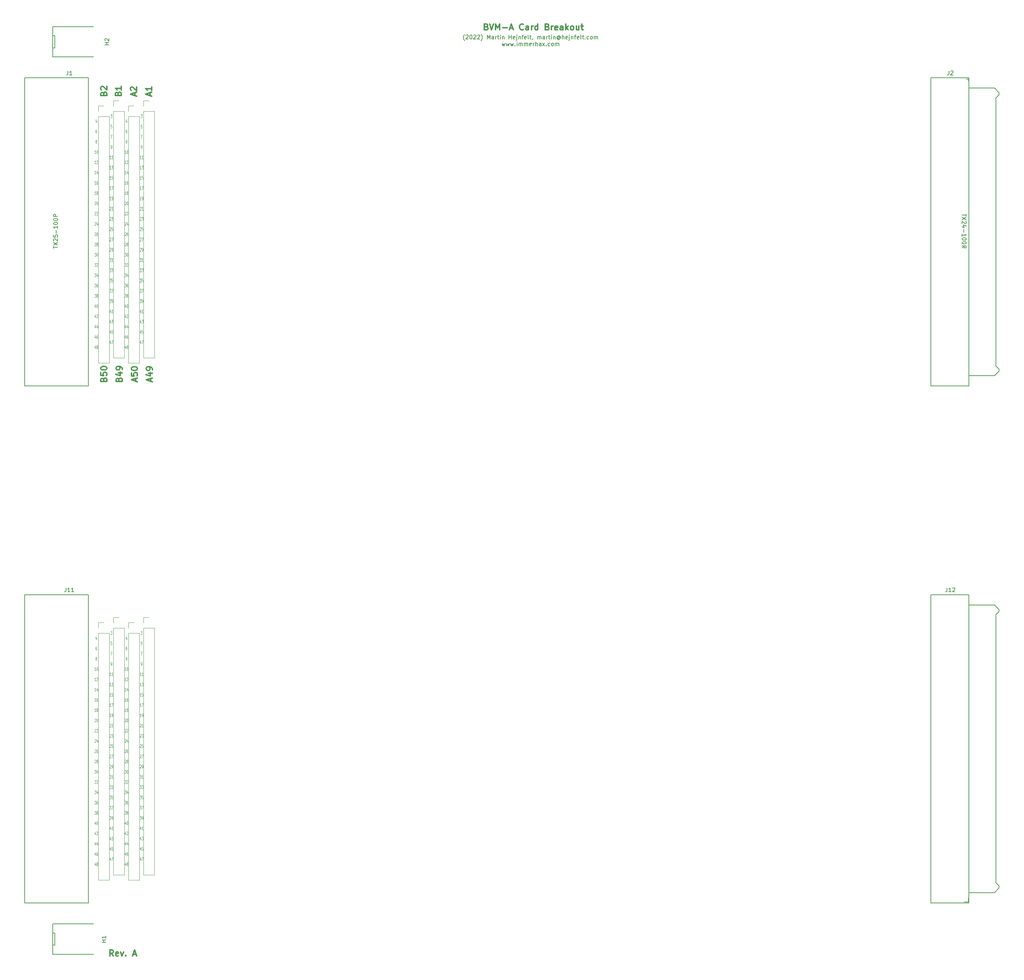
<source format=gbr>
%TF.GenerationSoftware,KiCad,Pcbnew,5.1.12-84ad8e8a86~92~ubuntu20.04.1*%
%TF.CreationDate,2022-06-08T18:54:32+02:00*%
%TF.ProjectId,bvm-a-card-breakout,62766d2d-612d-4636-9172-642d62726561,rev?*%
%TF.SameCoordinates,Original*%
%TF.FileFunction,Legend,Top*%
%TF.FilePolarity,Positive*%
%FSLAX46Y46*%
G04 Gerber Fmt 4.6, Leading zero omitted, Abs format (unit mm)*
G04 Created by KiCad (PCBNEW 5.1.12-84ad8e8a86~92~ubuntu20.04.1) date 2022-06-08 18:54:32*
%MOMM*%
%LPD*%
G01*
G04 APERTURE LIST*
%ADD10C,0.100000*%
%ADD11C,0.150000*%
%ADD12C,0.300000*%
%ADD13C,0.200000*%
%ADD14C,0.120000*%
G04 APERTURE END LIST*
D10*
X140455638Y-226807257D02*
X140455638Y-227327257D01*
X140336590Y-226510114D02*
X140217542Y-227067257D01*
X140527066Y-227067257D01*
X140455638Y-229087257D02*
X140360400Y-229087257D01*
X140312780Y-229124400D01*
X140288971Y-229161542D01*
X140241352Y-229272971D01*
X140217542Y-229421542D01*
X140217542Y-229718685D01*
X140241352Y-229792971D01*
X140265161Y-229830114D01*
X140312780Y-229867257D01*
X140408019Y-229867257D01*
X140455638Y-229830114D01*
X140479447Y-229792971D01*
X140503257Y-229718685D01*
X140503257Y-229532971D01*
X140479447Y-229458685D01*
X140455638Y-229421542D01*
X140408019Y-229384400D01*
X140312780Y-229384400D01*
X140265161Y-229421542D01*
X140241352Y-229458685D01*
X140217542Y-229532971D01*
X140312780Y-231961542D02*
X140265161Y-231924400D01*
X140241352Y-231887257D01*
X140217542Y-231812971D01*
X140217542Y-231775828D01*
X140241352Y-231701542D01*
X140265161Y-231664400D01*
X140312780Y-231627257D01*
X140408019Y-231627257D01*
X140455638Y-231664400D01*
X140479447Y-231701542D01*
X140503257Y-231775828D01*
X140503257Y-231812971D01*
X140479447Y-231887257D01*
X140455638Y-231924400D01*
X140408019Y-231961542D01*
X140312780Y-231961542D01*
X140265161Y-231998685D01*
X140241352Y-232035828D01*
X140217542Y-232110114D01*
X140217542Y-232258685D01*
X140241352Y-232332971D01*
X140265161Y-232370114D01*
X140312780Y-232407257D01*
X140408019Y-232407257D01*
X140455638Y-232370114D01*
X140479447Y-232332971D01*
X140503257Y-232258685D01*
X140503257Y-232110114D01*
X140479447Y-232035828D01*
X140455638Y-231998685D01*
X140408019Y-231961542D01*
X140265161Y-234947257D02*
X139979447Y-234947257D01*
X140122304Y-234947257D02*
X140122304Y-234167257D01*
X140074685Y-234278685D01*
X140027066Y-234352971D01*
X139979447Y-234390114D01*
X140574685Y-234167257D02*
X140622304Y-234167257D01*
X140669923Y-234204400D01*
X140693733Y-234241542D01*
X140717542Y-234315828D01*
X140741352Y-234464400D01*
X140741352Y-234650114D01*
X140717542Y-234798685D01*
X140693733Y-234872971D01*
X140669923Y-234910114D01*
X140622304Y-234947257D01*
X140574685Y-234947257D01*
X140527066Y-234910114D01*
X140503257Y-234872971D01*
X140479447Y-234798685D01*
X140455638Y-234650114D01*
X140455638Y-234464400D01*
X140479447Y-234315828D01*
X140503257Y-234241542D01*
X140527066Y-234204400D01*
X140574685Y-234167257D01*
X140265161Y-237487257D02*
X139979447Y-237487257D01*
X140122304Y-237487257D02*
X140122304Y-236707257D01*
X140074685Y-236818685D01*
X140027066Y-236892971D01*
X139979447Y-236930114D01*
X140455638Y-236781542D02*
X140479447Y-236744400D01*
X140527066Y-236707257D01*
X140646114Y-236707257D01*
X140693733Y-236744400D01*
X140717542Y-236781542D01*
X140741352Y-236855828D01*
X140741352Y-236930114D01*
X140717542Y-237041542D01*
X140431828Y-237487257D01*
X140741352Y-237487257D01*
X140265161Y-240027257D02*
X139979447Y-240027257D01*
X140122304Y-240027257D02*
X140122304Y-239247257D01*
X140074685Y-239358685D01*
X140027066Y-239432971D01*
X139979447Y-239470114D01*
X140693733Y-239507257D02*
X140693733Y-240027257D01*
X140574685Y-239210114D02*
X140455638Y-239767257D01*
X140765161Y-239767257D01*
X140265161Y-242567257D02*
X139979447Y-242567257D01*
X140122304Y-242567257D02*
X140122304Y-241787257D01*
X140074685Y-241898685D01*
X140027066Y-241972971D01*
X139979447Y-242010114D01*
X140693733Y-241787257D02*
X140598495Y-241787257D01*
X140550876Y-241824400D01*
X140527066Y-241861542D01*
X140479447Y-241972971D01*
X140455638Y-242121542D01*
X140455638Y-242418685D01*
X140479447Y-242492971D01*
X140503257Y-242530114D01*
X140550876Y-242567257D01*
X140646114Y-242567257D01*
X140693733Y-242530114D01*
X140717542Y-242492971D01*
X140741352Y-242418685D01*
X140741352Y-242232971D01*
X140717542Y-242158685D01*
X140693733Y-242121542D01*
X140646114Y-242084400D01*
X140550876Y-242084400D01*
X140503257Y-242121542D01*
X140479447Y-242158685D01*
X140455638Y-242232971D01*
X140265161Y-245107257D02*
X139979447Y-245107257D01*
X140122304Y-245107257D02*
X140122304Y-244327257D01*
X140074685Y-244438685D01*
X140027066Y-244512971D01*
X139979447Y-244550114D01*
X140550876Y-244661542D02*
X140503257Y-244624400D01*
X140479447Y-244587257D01*
X140455638Y-244512971D01*
X140455638Y-244475828D01*
X140479447Y-244401542D01*
X140503257Y-244364400D01*
X140550876Y-244327257D01*
X140646114Y-244327257D01*
X140693733Y-244364400D01*
X140717542Y-244401542D01*
X140741352Y-244475828D01*
X140741352Y-244512971D01*
X140717542Y-244587257D01*
X140693733Y-244624400D01*
X140646114Y-244661542D01*
X140550876Y-244661542D01*
X140503257Y-244698685D01*
X140479447Y-244735828D01*
X140455638Y-244810114D01*
X140455638Y-244958685D01*
X140479447Y-245032971D01*
X140503257Y-245070114D01*
X140550876Y-245107257D01*
X140646114Y-245107257D01*
X140693733Y-245070114D01*
X140717542Y-245032971D01*
X140741352Y-244958685D01*
X140741352Y-244810114D01*
X140717542Y-244735828D01*
X140693733Y-244698685D01*
X140646114Y-244661542D01*
X139979447Y-246941542D02*
X140003257Y-246904400D01*
X140050876Y-246867257D01*
X140169923Y-246867257D01*
X140217542Y-246904400D01*
X140241352Y-246941542D01*
X140265161Y-247015828D01*
X140265161Y-247090114D01*
X140241352Y-247201542D01*
X139955638Y-247647257D01*
X140265161Y-247647257D01*
X140574685Y-246867257D02*
X140622304Y-246867257D01*
X140669923Y-246904400D01*
X140693733Y-246941542D01*
X140717542Y-247015828D01*
X140741352Y-247164400D01*
X140741352Y-247350114D01*
X140717542Y-247498685D01*
X140693733Y-247572971D01*
X140669923Y-247610114D01*
X140622304Y-247647257D01*
X140574685Y-247647257D01*
X140527066Y-247610114D01*
X140503257Y-247572971D01*
X140479447Y-247498685D01*
X140455638Y-247350114D01*
X140455638Y-247164400D01*
X140479447Y-247015828D01*
X140503257Y-246941542D01*
X140527066Y-246904400D01*
X140574685Y-246867257D01*
X139979447Y-249481542D02*
X140003257Y-249444400D01*
X140050876Y-249407257D01*
X140169923Y-249407257D01*
X140217542Y-249444400D01*
X140241352Y-249481542D01*
X140265161Y-249555828D01*
X140265161Y-249630114D01*
X140241352Y-249741542D01*
X139955638Y-250187257D01*
X140265161Y-250187257D01*
X140455638Y-249481542D02*
X140479447Y-249444400D01*
X140527066Y-249407257D01*
X140646114Y-249407257D01*
X140693733Y-249444400D01*
X140717542Y-249481542D01*
X140741352Y-249555828D01*
X140741352Y-249630114D01*
X140717542Y-249741542D01*
X140431828Y-250187257D01*
X140741352Y-250187257D01*
X139979447Y-252021542D02*
X140003257Y-251984400D01*
X140050876Y-251947257D01*
X140169923Y-251947257D01*
X140217542Y-251984400D01*
X140241352Y-252021542D01*
X140265161Y-252095828D01*
X140265161Y-252170114D01*
X140241352Y-252281542D01*
X139955638Y-252727257D01*
X140265161Y-252727257D01*
X140693733Y-252207257D02*
X140693733Y-252727257D01*
X140574685Y-251910114D02*
X140455638Y-252467257D01*
X140765161Y-252467257D01*
X139979447Y-254561542D02*
X140003257Y-254524400D01*
X140050876Y-254487257D01*
X140169923Y-254487257D01*
X140217542Y-254524400D01*
X140241352Y-254561542D01*
X140265161Y-254635828D01*
X140265161Y-254710114D01*
X140241352Y-254821542D01*
X139955638Y-255267257D01*
X140265161Y-255267257D01*
X140693733Y-254487257D02*
X140598495Y-254487257D01*
X140550876Y-254524400D01*
X140527066Y-254561542D01*
X140479447Y-254672971D01*
X140455638Y-254821542D01*
X140455638Y-255118685D01*
X140479447Y-255192971D01*
X140503257Y-255230114D01*
X140550876Y-255267257D01*
X140646114Y-255267257D01*
X140693733Y-255230114D01*
X140717542Y-255192971D01*
X140741352Y-255118685D01*
X140741352Y-254932971D01*
X140717542Y-254858685D01*
X140693733Y-254821542D01*
X140646114Y-254784400D01*
X140550876Y-254784400D01*
X140503257Y-254821542D01*
X140479447Y-254858685D01*
X140455638Y-254932971D01*
X139979447Y-257101542D02*
X140003257Y-257064400D01*
X140050876Y-257027257D01*
X140169923Y-257027257D01*
X140217542Y-257064400D01*
X140241352Y-257101542D01*
X140265161Y-257175828D01*
X140265161Y-257250114D01*
X140241352Y-257361542D01*
X139955638Y-257807257D01*
X140265161Y-257807257D01*
X140550876Y-257361542D02*
X140503257Y-257324400D01*
X140479447Y-257287257D01*
X140455638Y-257212971D01*
X140455638Y-257175828D01*
X140479447Y-257101542D01*
X140503257Y-257064400D01*
X140550876Y-257027257D01*
X140646114Y-257027257D01*
X140693733Y-257064400D01*
X140717542Y-257101542D01*
X140741352Y-257175828D01*
X140741352Y-257212971D01*
X140717542Y-257287257D01*
X140693733Y-257324400D01*
X140646114Y-257361542D01*
X140550876Y-257361542D01*
X140503257Y-257398685D01*
X140479447Y-257435828D01*
X140455638Y-257510114D01*
X140455638Y-257658685D01*
X140479447Y-257732971D01*
X140503257Y-257770114D01*
X140550876Y-257807257D01*
X140646114Y-257807257D01*
X140693733Y-257770114D01*
X140717542Y-257732971D01*
X140741352Y-257658685D01*
X140741352Y-257510114D01*
X140717542Y-257435828D01*
X140693733Y-257398685D01*
X140646114Y-257361542D01*
X139955638Y-259567257D02*
X140265161Y-259567257D01*
X140098495Y-259864400D01*
X140169923Y-259864400D01*
X140217542Y-259901542D01*
X140241352Y-259938685D01*
X140265161Y-260012971D01*
X140265161Y-260198685D01*
X140241352Y-260272971D01*
X140217542Y-260310114D01*
X140169923Y-260347257D01*
X140027066Y-260347257D01*
X139979447Y-260310114D01*
X139955638Y-260272971D01*
X140574685Y-259567257D02*
X140622304Y-259567257D01*
X140669923Y-259604400D01*
X140693733Y-259641542D01*
X140717542Y-259715828D01*
X140741352Y-259864400D01*
X140741352Y-260050114D01*
X140717542Y-260198685D01*
X140693733Y-260272971D01*
X140669923Y-260310114D01*
X140622304Y-260347257D01*
X140574685Y-260347257D01*
X140527066Y-260310114D01*
X140503257Y-260272971D01*
X140479447Y-260198685D01*
X140455638Y-260050114D01*
X140455638Y-259864400D01*
X140479447Y-259715828D01*
X140503257Y-259641542D01*
X140527066Y-259604400D01*
X140574685Y-259567257D01*
X139955638Y-262107257D02*
X140265161Y-262107257D01*
X140098495Y-262404400D01*
X140169923Y-262404400D01*
X140217542Y-262441542D01*
X140241352Y-262478685D01*
X140265161Y-262552971D01*
X140265161Y-262738685D01*
X140241352Y-262812971D01*
X140217542Y-262850114D01*
X140169923Y-262887257D01*
X140027066Y-262887257D01*
X139979447Y-262850114D01*
X139955638Y-262812971D01*
X140455638Y-262181542D02*
X140479447Y-262144400D01*
X140527066Y-262107257D01*
X140646114Y-262107257D01*
X140693733Y-262144400D01*
X140717542Y-262181542D01*
X140741352Y-262255828D01*
X140741352Y-262330114D01*
X140717542Y-262441542D01*
X140431828Y-262887257D01*
X140741352Y-262887257D01*
X139955638Y-264647257D02*
X140265161Y-264647257D01*
X140098495Y-264944400D01*
X140169923Y-264944400D01*
X140217542Y-264981542D01*
X140241352Y-265018685D01*
X140265161Y-265092971D01*
X140265161Y-265278685D01*
X140241352Y-265352971D01*
X140217542Y-265390114D01*
X140169923Y-265427257D01*
X140027066Y-265427257D01*
X139979447Y-265390114D01*
X139955638Y-265352971D01*
X140693733Y-264907257D02*
X140693733Y-265427257D01*
X140574685Y-264610114D02*
X140455638Y-265167257D01*
X140765161Y-265167257D01*
X139955638Y-267187257D02*
X140265161Y-267187257D01*
X140098495Y-267484400D01*
X140169923Y-267484400D01*
X140217542Y-267521542D01*
X140241352Y-267558685D01*
X140265161Y-267632971D01*
X140265161Y-267818685D01*
X140241352Y-267892971D01*
X140217542Y-267930114D01*
X140169923Y-267967257D01*
X140027066Y-267967257D01*
X139979447Y-267930114D01*
X139955638Y-267892971D01*
X140693733Y-267187257D02*
X140598495Y-267187257D01*
X140550876Y-267224400D01*
X140527066Y-267261542D01*
X140479447Y-267372971D01*
X140455638Y-267521542D01*
X140455638Y-267818685D01*
X140479447Y-267892971D01*
X140503257Y-267930114D01*
X140550876Y-267967257D01*
X140646114Y-267967257D01*
X140693733Y-267930114D01*
X140717542Y-267892971D01*
X140741352Y-267818685D01*
X140741352Y-267632971D01*
X140717542Y-267558685D01*
X140693733Y-267521542D01*
X140646114Y-267484400D01*
X140550876Y-267484400D01*
X140503257Y-267521542D01*
X140479447Y-267558685D01*
X140455638Y-267632971D01*
X139955638Y-269727257D02*
X140265161Y-269727257D01*
X140098495Y-270024400D01*
X140169923Y-270024400D01*
X140217542Y-270061542D01*
X140241352Y-270098685D01*
X140265161Y-270172971D01*
X140265161Y-270358685D01*
X140241352Y-270432971D01*
X140217542Y-270470114D01*
X140169923Y-270507257D01*
X140027066Y-270507257D01*
X139979447Y-270470114D01*
X139955638Y-270432971D01*
X140550876Y-270061542D02*
X140503257Y-270024400D01*
X140479447Y-269987257D01*
X140455638Y-269912971D01*
X140455638Y-269875828D01*
X140479447Y-269801542D01*
X140503257Y-269764400D01*
X140550876Y-269727257D01*
X140646114Y-269727257D01*
X140693733Y-269764400D01*
X140717542Y-269801542D01*
X140741352Y-269875828D01*
X140741352Y-269912971D01*
X140717542Y-269987257D01*
X140693733Y-270024400D01*
X140646114Y-270061542D01*
X140550876Y-270061542D01*
X140503257Y-270098685D01*
X140479447Y-270135828D01*
X140455638Y-270210114D01*
X140455638Y-270358685D01*
X140479447Y-270432971D01*
X140503257Y-270470114D01*
X140550876Y-270507257D01*
X140646114Y-270507257D01*
X140693733Y-270470114D01*
X140717542Y-270432971D01*
X140741352Y-270358685D01*
X140741352Y-270210114D01*
X140717542Y-270135828D01*
X140693733Y-270098685D01*
X140646114Y-270061542D01*
X140217542Y-272527257D02*
X140217542Y-273047257D01*
X140098495Y-272230114D02*
X139979447Y-272787257D01*
X140288971Y-272787257D01*
X140574685Y-272267257D02*
X140622304Y-272267257D01*
X140669923Y-272304400D01*
X140693733Y-272341542D01*
X140717542Y-272415828D01*
X140741352Y-272564400D01*
X140741352Y-272750114D01*
X140717542Y-272898685D01*
X140693733Y-272972971D01*
X140669923Y-273010114D01*
X140622304Y-273047257D01*
X140574685Y-273047257D01*
X140527066Y-273010114D01*
X140503257Y-272972971D01*
X140479447Y-272898685D01*
X140455638Y-272750114D01*
X140455638Y-272564400D01*
X140479447Y-272415828D01*
X140503257Y-272341542D01*
X140527066Y-272304400D01*
X140574685Y-272267257D01*
X140217542Y-275067257D02*
X140217542Y-275587257D01*
X140098495Y-274770114D02*
X139979447Y-275327257D01*
X140288971Y-275327257D01*
X140455638Y-274881542D02*
X140479447Y-274844400D01*
X140527066Y-274807257D01*
X140646114Y-274807257D01*
X140693733Y-274844400D01*
X140717542Y-274881542D01*
X140741352Y-274955828D01*
X140741352Y-275030114D01*
X140717542Y-275141542D01*
X140431828Y-275587257D01*
X140741352Y-275587257D01*
X140217542Y-277607257D02*
X140217542Y-278127257D01*
X140098495Y-277310114D02*
X139979447Y-277867257D01*
X140288971Y-277867257D01*
X140693733Y-277607257D02*
X140693733Y-278127257D01*
X140574685Y-277310114D02*
X140455638Y-277867257D01*
X140765161Y-277867257D01*
X140217542Y-280147257D02*
X140217542Y-280667257D01*
X140098495Y-279850114D02*
X139979447Y-280407257D01*
X140288971Y-280407257D01*
X140693733Y-279887257D02*
X140598495Y-279887257D01*
X140550876Y-279924400D01*
X140527066Y-279961542D01*
X140479447Y-280072971D01*
X140455638Y-280221542D01*
X140455638Y-280518685D01*
X140479447Y-280592971D01*
X140503257Y-280630114D01*
X140550876Y-280667257D01*
X140646114Y-280667257D01*
X140693733Y-280630114D01*
X140717542Y-280592971D01*
X140741352Y-280518685D01*
X140741352Y-280332971D01*
X140717542Y-280258685D01*
X140693733Y-280221542D01*
X140646114Y-280184400D01*
X140550876Y-280184400D01*
X140503257Y-280221542D01*
X140479447Y-280258685D01*
X140455638Y-280332971D01*
X140217542Y-282687257D02*
X140217542Y-283207257D01*
X140098495Y-282390114D02*
X139979447Y-282947257D01*
X140288971Y-282947257D01*
X140550876Y-282761542D02*
X140503257Y-282724400D01*
X140479447Y-282687257D01*
X140455638Y-282612971D01*
X140455638Y-282575828D01*
X140479447Y-282501542D01*
X140503257Y-282464400D01*
X140550876Y-282427257D01*
X140646114Y-282427257D01*
X140693733Y-282464400D01*
X140717542Y-282501542D01*
X140741352Y-282575828D01*
X140741352Y-282612971D01*
X140717542Y-282687257D01*
X140693733Y-282724400D01*
X140646114Y-282761542D01*
X140550876Y-282761542D01*
X140503257Y-282798685D01*
X140479447Y-282835828D01*
X140455638Y-282910114D01*
X140455638Y-283058685D01*
X140479447Y-283132971D01*
X140503257Y-283170114D01*
X140550876Y-283207257D01*
X140646114Y-283207257D01*
X140693733Y-283170114D01*
X140717542Y-283132971D01*
X140741352Y-283058685D01*
X140741352Y-282910114D01*
X140717542Y-282835828D01*
X140693733Y-282798685D01*
X140646114Y-282761542D01*
X132988038Y-226807257D02*
X132988038Y-227327257D01*
X132868990Y-226510114D02*
X132749942Y-227067257D01*
X133059466Y-227067257D01*
X132988038Y-229087257D02*
X132892800Y-229087257D01*
X132845180Y-229124400D01*
X132821371Y-229161542D01*
X132773752Y-229272971D01*
X132749942Y-229421542D01*
X132749942Y-229718685D01*
X132773752Y-229792971D01*
X132797561Y-229830114D01*
X132845180Y-229867257D01*
X132940419Y-229867257D01*
X132988038Y-229830114D01*
X133011847Y-229792971D01*
X133035657Y-229718685D01*
X133035657Y-229532971D01*
X133011847Y-229458685D01*
X132988038Y-229421542D01*
X132940419Y-229384400D01*
X132845180Y-229384400D01*
X132797561Y-229421542D01*
X132773752Y-229458685D01*
X132749942Y-229532971D01*
X132845180Y-231961542D02*
X132797561Y-231924400D01*
X132773752Y-231887257D01*
X132749942Y-231812971D01*
X132749942Y-231775828D01*
X132773752Y-231701542D01*
X132797561Y-231664400D01*
X132845180Y-231627257D01*
X132940419Y-231627257D01*
X132988038Y-231664400D01*
X133011847Y-231701542D01*
X133035657Y-231775828D01*
X133035657Y-231812971D01*
X133011847Y-231887257D01*
X132988038Y-231924400D01*
X132940419Y-231961542D01*
X132845180Y-231961542D01*
X132797561Y-231998685D01*
X132773752Y-232035828D01*
X132749942Y-232110114D01*
X132749942Y-232258685D01*
X132773752Y-232332971D01*
X132797561Y-232370114D01*
X132845180Y-232407257D01*
X132940419Y-232407257D01*
X132988038Y-232370114D01*
X133011847Y-232332971D01*
X133035657Y-232258685D01*
X133035657Y-232110114D01*
X133011847Y-232035828D01*
X132988038Y-231998685D01*
X132940419Y-231961542D01*
X132797561Y-234947257D02*
X132511847Y-234947257D01*
X132654704Y-234947257D02*
X132654704Y-234167257D01*
X132607085Y-234278685D01*
X132559466Y-234352971D01*
X132511847Y-234390114D01*
X133107085Y-234167257D02*
X133154704Y-234167257D01*
X133202323Y-234204400D01*
X133226133Y-234241542D01*
X133249942Y-234315828D01*
X133273752Y-234464400D01*
X133273752Y-234650114D01*
X133249942Y-234798685D01*
X133226133Y-234872971D01*
X133202323Y-234910114D01*
X133154704Y-234947257D01*
X133107085Y-234947257D01*
X133059466Y-234910114D01*
X133035657Y-234872971D01*
X133011847Y-234798685D01*
X132988038Y-234650114D01*
X132988038Y-234464400D01*
X133011847Y-234315828D01*
X133035657Y-234241542D01*
X133059466Y-234204400D01*
X133107085Y-234167257D01*
X132797561Y-237487257D02*
X132511847Y-237487257D01*
X132654704Y-237487257D02*
X132654704Y-236707257D01*
X132607085Y-236818685D01*
X132559466Y-236892971D01*
X132511847Y-236930114D01*
X132988038Y-236781542D02*
X133011847Y-236744400D01*
X133059466Y-236707257D01*
X133178514Y-236707257D01*
X133226133Y-236744400D01*
X133249942Y-236781542D01*
X133273752Y-236855828D01*
X133273752Y-236930114D01*
X133249942Y-237041542D01*
X132964228Y-237487257D01*
X133273752Y-237487257D01*
X132797561Y-240027257D02*
X132511847Y-240027257D01*
X132654704Y-240027257D02*
X132654704Y-239247257D01*
X132607085Y-239358685D01*
X132559466Y-239432971D01*
X132511847Y-239470114D01*
X133226133Y-239507257D02*
X133226133Y-240027257D01*
X133107085Y-239210114D02*
X132988038Y-239767257D01*
X133297561Y-239767257D01*
X132797561Y-242567257D02*
X132511847Y-242567257D01*
X132654704Y-242567257D02*
X132654704Y-241787257D01*
X132607085Y-241898685D01*
X132559466Y-241972971D01*
X132511847Y-242010114D01*
X133226133Y-241787257D02*
X133130895Y-241787257D01*
X133083276Y-241824400D01*
X133059466Y-241861542D01*
X133011847Y-241972971D01*
X132988038Y-242121542D01*
X132988038Y-242418685D01*
X133011847Y-242492971D01*
X133035657Y-242530114D01*
X133083276Y-242567257D01*
X133178514Y-242567257D01*
X133226133Y-242530114D01*
X133249942Y-242492971D01*
X133273752Y-242418685D01*
X133273752Y-242232971D01*
X133249942Y-242158685D01*
X133226133Y-242121542D01*
X133178514Y-242084400D01*
X133083276Y-242084400D01*
X133035657Y-242121542D01*
X133011847Y-242158685D01*
X132988038Y-242232971D01*
X132797561Y-245107257D02*
X132511847Y-245107257D01*
X132654704Y-245107257D02*
X132654704Y-244327257D01*
X132607085Y-244438685D01*
X132559466Y-244512971D01*
X132511847Y-244550114D01*
X133083276Y-244661542D02*
X133035657Y-244624400D01*
X133011847Y-244587257D01*
X132988038Y-244512971D01*
X132988038Y-244475828D01*
X133011847Y-244401542D01*
X133035657Y-244364400D01*
X133083276Y-244327257D01*
X133178514Y-244327257D01*
X133226133Y-244364400D01*
X133249942Y-244401542D01*
X133273752Y-244475828D01*
X133273752Y-244512971D01*
X133249942Y-244587257D01*
X133226133Y-244624400D01*
X133178514Y-244661542D01*
X133083276Y-244661542D01*
X133035657Y-244698685D01*
X133011847Y-244735828D01*
X132988038Y-244810114D01*
X132988038Y-244958685D01*
X133011847Y-245032971D01*
X133035657Y-245070114D01*
X133083276Y-245107257D01*
X133178514Y-245107257D01*
X133226133Y-245070114D01*
X133249942Y-245032971D01*
X133273752Y-244958685D01*
X133273752Y-244810114D01*
X133249942Y-244735828D01*
X133226133Y-244698685D01*
X133178514Y-244661542D01*
X132511847Y-246941542D02*
X132535657Y-246904400D01*
X132583276Y-246867257D01*
X132702323Y-246867257D01*
X132749942Y-246904400D01*
X132773752Y-246941542D01*
X132797561Y-247015828D01*
X132797561Y-247090114D01*
X132773752Y-247201542D01*
X132488038Y-247647257D01*
X132797561Y-247647257D01*
X133107085Y-246867257D02*
X133154704Y-246867257D01*
X133202323Y-246904400D01*
X133226133Y-246941542D01*
X133249942Y-247015828D01*
X133273752Y-247164400D01*
X133273752Y-247350114D01*
X133249942Y-247498685D01*
X133226133Y-247572971D01*
X133202323Y-247610114D01*
X133154704Y-247647257D01*
X133107085Y-247647257D01*
X133059466Y-247610114D01*
X133035657Y-247572971D01*
X133011847Y-247498685D01*
X132988038Y-247350114D01*
X132988038Y-247164400D01*
X133011847Y-247015828D01*
X133035657Y-246941542D01*
X133059466Y-246904400D01*
X133107085Y-246867257D01*
X132511847Y-249481542D02*
X132535657Y-249444400D01*
X132583276Y-249407257D01*
X132702323Y-249407257D01*
X132749942Y-249444400D01*
X132773752Y-249481542D01*
X132797561Y-249555828D01*
X132797561Y-249630114D01*
X132773752Y-249741542D01*
X132488038Y-250187257D01*
X132797561Y-250187257D01*
X132988038Y-249481542D02*
X133011847Y-249444400D01*
X133059466Y-249407257D01*
X133178514Y-249407257D01*
X133226133Y-249444400D01*
X133249942Y-249481542D01*
X133273752Y-249555828D01*
X133273752Y-249630114D01*
X133249942Y-249741542D01*
X132964228Y-250187257D01*
X133273752Y-250187257D01*
X132511847Y-252021542D02*
X132535657Y-251984400D01*
X132583276Y-251947257D01*
X132702323Y-251947257D01*
X132749942Y-251984400D01*
X132773752Y-252021542D01*
X132797561Y-252095828D01*
X132797561Y-252170114D01*
X132773752Y-252281542D01*
X132488038Y-252727257D01*
X132797561Y-252727257D01*
X133226133Y-252207257D02*
X133226133Y-252727257D01*
X133107085Y-251910114D02*
X132988038Y-252467257D01*
X133297561Y-252467257D01*
X132511847Y-254561542D02*
X132535657Y-254524400D01*
X132583276Y-254487257D01*
X132702323Y-254487257D01*
X132749942Y-254524400D01*
X132773752Y-254561542D01*
X132797561Y-254635828D01*
X132797561Y-254710114D01*
X132773752Y-254821542D01*
X132488038Y-255267257D01*
X132797561Y-255267257D01*
X133226133Y-254487257D02*
X133130895Y-254487257D01*
X133083276Y-254524400D01*
X133059466Y-254561542D01*
X133011847Y-254672971D01*
X132988038Y-254821542D01*
X132988038Y-255118685D01*
X133011847Y-255192971D01*
X133035657Y-255230114D01*
X133083276Y-255267257D01*
X133178514Y-255267257D01*
X133226133Y-255230114D01*
X133249942Y-255192971D01*
X133273752Y-255118685D01*
X133273752Y-254932971D01*
X133249942Y-254858685D01*
X133226133Y-254821542D01*
X133178514Y-254784400D01*
X133083276Y-254784400D01*
X133035657Y-254821542D01*
X133011847Y-254858685D01*
X132988038Y-254932971D01*
X132511847Y-257101542D02*
X132535657Y-257064400D01*
X132583276Y-257027257D01*
X132702323Y-257027257D01*
X132749942Y-257064400D01*
X132773752Y-257101542D01*
X132797561Y-257175828D01*
X132797561Y-257250114D01*
X132773752Y-257361542D01*
X132488038Y-257807257D01*
X132797561Y-257807257D01*
X133083276Y-257361542D02*
X133035657Y-257324400D01*
X133011847Y-257287257D01*
X132988038Y-257212971D01*
X132988038Y-257175828D01*
X133011847Y-257101542D01*
X133035657Y-257064400D01*
X133083276Y-257027257D01*
X133178514Y-257027257D01*
X133226133Y-257064400D01*
X133249942Y-257101542D01*
X133273752Y-257175828D01*
X133273752Y-257212971D01*
X133249942Y-257287257D01*
X133226133Y-257324400D01*
X133178514Y-257361542D01*
X133083276Y-257361542D01*
X133035657Y-257398685D01*
X133011847Y-257435828D01*
X132988038Y-257510114D01*
X132988038Y-257658685D01*
X133011847Y-257732971D01*
X133035657Y-257770114D01*
X133083276Y-257807257D01*
X133178514Y-257807257D01*
X133226133Y-257770114D01*
X133249942Y-257732971D01*
X133273752Y-257658685D01*
X133273752Y-257510114D01*
X133249942Y-257435828D01*
X133226133Y-257398685D01*
X133178514Y-257361542D01*
X132488038Y-259567257D02*
X132797561Y-259567257D01*
X132630895Y-259864400D01*
X132702323Y-259864400D01*
X132749942Y-259901542D01*
X132773752Y-259938685D01*
X132797561Y-260012971D01*
X132797561Y-260198685D01*
X132773752Y-260272971D01*
X132749942Y-260310114D01*
X132702323Y-260347257D01*
X132559466Y-260347257D01*
X132511847Y-260310114D01*
X132488038Y-260272971D01*
X133107085Y-259567257D02*
X133154704Y-259567257D01*
X133202323Y-259604400D01*
X133226133Y-259641542D01*
X133249942Y-259715828D01*
X133273752Y-259864400D01*
X133273752Y-260050114D01*
X133249942Y-260198685D01*
X133226133Y-260272971D01*
X133202323Y-260310114D01*
X133154704Y-260347257D01*
X133107085Y-260347257D01*
X133059466Y-260310114D01*
X133035657Y-260272971D01*
X133011847Y-260198685D01*
X132988038Y-260050114D01*
X132988038Y-259864400D01*
X133011847Y-259715828D01*
X133035657Y-259641542D01*
X133059466Y-259604400D01*
X133107085Y-259567257D01*
X132488038Y-262107257D02*
X132797561Y-262107257D01*
X132630895Y-262404400D01*
X132702323Y-262404400D01*
X132749942Y-262441542D01*
X132773752Y-262478685D01*
X132797561Y-262552971D01*
X132797561Y-262738685D01*
X132773752Y-262812971D01*
X132749942Y-262850114D01*
X132702323Y-262887257D01*
X132559466Y-262887257D01*
X132511847Y-262850114D01*
X132488038Y-262812971D01*
X132988038Y-262181542D02*
X133011847Y-262144400D01*
X133059466Y-262107257D01*
X133178514Y-262107257D01*
X133226133Y-262144400D01*
X133249942Y-262181542D01*
X133273752Y-262255828D01*
X133273752Y-262330114D01*
X133249942Y-262441542D01*
X132964228Y-262887257D01*
X133273752Y-262887257D01*
X132488038Y-264647257D02*
X132797561Y-264647257D01*
X132630895Y-264944400D01*
X132702323Y-264944400D01*
X132749942Y-264981542D01*
X132773752Y-265018685D01*
X132797561Y-265092971D01*
X132797561Y-265278685D01*
X132773752Y-265352971D01*
X132749942Y-265390114D01*
X132702323Y-265427257D01*
X132559466Y-265427257D01*
X132511847Y-265390114D01*
X132488038Y-265352971D01*
X133226133Y-264907257D02*
X133226133Y-265427257D01*
X133107085Y-264610114D02*
X132988038Y-265167257D01*
X133297561Y-265167257D01*
X132488038Y-267187257D02*
X132797561Y-267187257D01*
X132630895Y-267484400D01*
X132702323Y-267484400D01*
X132749942Y-267521542D01*
X132773752Y-267558685D01*
X132797561Y-267632971D01*
X132797561Y-267818685D01*
X132773752Y-267892971D01*
X132749942Y-267930114D01*
X132702323Y-267967257D01*
X132559466Y-267967257D01*
X132511847Y-267930114D01*
X132488038Y-267892971D01*
X133226133Y-267187257D02*
X133130895Y-267187257D01*
X133083276Y-267224400D01*
X133059466Y-267261542D01*
X133011847Y-267372971D01*
X132988038Y-267521542D01*
X132988038Y-267818685D01*
X133011847Y-267892971D01*
X133035657Y-267930114D01*
X133083276Y-267967257D01*
X133178514Y-267967257D01*
X133226133Y-267930114D01*
X133249942Y-267892971D01*
X133273752Y-267818685D01*
X133273752Y-267632971D01*
X133249942Y-267558685D01*
X133226133Y-267521542D01*
X133178514Y-267484400D01*
X133083276Y-267484400D01*
X133035657Y-267521542D01*
X133011847Y-267558685D01*
X132988038Y-267632971D01*
X132488038Y-269727257D02*
X132797561Y-269727257D01*
X132630895Y-270024400D01*
X132702323Y-270024400D01*
X132749942Y-270061542D01*
X132773752Y-270098685D01*
X132797561Y-270172971D01*
X132797561Y-270358685D01*
X132773752Y-270432971D01*
X132749942Y-270470114D01*
X132702323Y-270507257D01*
X132559466Y-270507257D01*
X132511847Y-270470114D01*
X132488038Y-270432971D01*
X133083276Y-270061542D02*
X133035657Y-270024400D01*
X133011847Y-269987257D01*
X132988038Y-269912971D01*
X132988038Y-269875828D01*
X133011847Y-269801542D01*
X133035657Y-269764400D01*
X133083276Y-269727257D01*
X133178514Y-269727257D01*
X133226133Y-269764400D01*
X133249942Y-269801542D01*
X133273752Y-269875828D01*
X133273752Y-269912971D01*
X133249942Y-269987257D01*
X133226133Y-270024400D01*
X133178514Y-270061542D01*
X133083276Y-270061542D01*
X133035657Y-270098685D01*
X133011847Y-270135828D01*
X132988038Y-270210114D01*
X132988038Y-270358685D01*
X133011847Y-270432971D01*
X133035657Y-270470114D01*
X133083276Y-270507257D01*
X133178514Y-270507257D01*
X133226133Y-270470114D01*
X133249942Y-270432971D01*
X133273752Y-270358685D01*
X133273752Y-270210114D01*
X133249942Y-270135828D01*
X133226133Y-270098685D01*
X133178514Y-270061542D01*
X132749942Y-272527257D02*
X132749942Y-273047257D01*
X132630895Y-272230114D02*
X132511847Y-272787257D01*
X132821371Y-272787257D01*
X133107085Y-272267257D02*
X133154704Y-272267257D01*
X133202323Y-272304400D01*
X133226133Y-272341542D01*
X133249942Y-272415828D01*
X133273752Y-272564400D01*
X133273752Y-272750114D01*
X133249942Y-272898685D01*
X133226133Y-272972971D01*
X133202323Y-273010114D01*
X133154704Y-273047257D01*
X133107085Y-273047257D01*
X133059466Y-273010114D01*
X133035657Y-272972971D01*
X133011847Y-272898685D01*
X132988038Y-272750114D01*
X132988038Y-272564400D01*
X133011847Y-272415828D01*
X133035657Y-272341542D01*
X133059466Y-272304400D01*
X133107085Y-272267257D01*
X132749942Y-275067257D02*
X132749942Y-275587257D01*
X132630895Y-274770114D02*
X132511847Y-275327257D01*
X132821371Y-275327257D01*
X132988038Y-274881542D02*
X133011847Y-274844400D01*
X133059466Y-274807257D01*
X133178514Y-274807257D01*
X133226133Y-274844400D01*
X133249942Y-274881542D01*
X133273752Y-274955828D01*
X133273752Y-275030114D01*
X133249942Y-275141542D01*
X132964228Y-275587257D01*
X133273752Y-275587257D01*
X132749942Y-277607257D02*
X132749942Y-278127257D01*
X132630895Y-277310114D02*
X132511847Y-277867257D01*
X132821371Y-277867257D01*
X133226133Y-277607257D02*
X133226133Y-278127257D01*
X133107085Y-277310114D02*
X132988038Y-277867257D01*
X133297561Y-277867257D01*
X132749942Y-280147257D02*
X132749942Y-280667257D01*
X132630895Y-279850114D02*
X132511847Y-280407257D01*
X132821371Y-280407257D01*
X133226133Y-279887257D02*
X133130895Y-279887257D01*
X133083276Y-279924400D01*
X133059466Y-279961542D01*
X133011847Y-280072971D01*
X132988038Y-280221542D01*
X132988038Y-280518685D01*
X133011847Y-280592971D01*
X133035657Y-280630114D01*
X133083276Y-280667257D01*
X133178514Y-280667257D01*
X133226133Y-280630114D01*
X133249942Y-280592971D01*
X133273752Y-280518685D01*
X133273752Y-280332971D01*
X133249942Y-280258685D01*
X133226133Y-280221542D01*
X133178514Y-280184400D01*
X133083276Y-280184400D01*
X133035657Y-280221542D01*
X133011847Y-280258685D01*
X132988038Y-280332971D01*
X132749942Y-282687257D02*
X132749942Y-283207257D01*
X132630895Y-282390114D02*
X132511847Y-282947257D01*
X132821371Y-282947257D01*
X133083276Y-282761542D02*
X133035657Y-282724400D01*
X133011847Y-282687257D01*
X132988038Y-282612971D01*
X132988038Y-282575828D01*
X133011847Y-282501542D01*
X133035657Y-282464400D01*
X133083276Y-282427257D01*
X133178514Y-282427257D01*
X133226133Y-282464400D01*
X133249942Y-282501542D01*
X133273752Y-282575828D01*
X133273752Y-282612971D01*
X133249942Y-282687257D01*
X133226133Y-282724400D01*
X133178514Y-282761542D01*
X133083276Y-282761542D01*
X133035657Y-282798685D01*
X133011847Y-282835828D01*
X132988038Y-282910114D01*
X132988038Y-283058685D01*
X133011847Y-283132971D01*
X133035657Y-283170114D01*
X133083276Y-283207257D01*
X133178514Y-283207257D01*
X133226133Y-283170114D01*
X133249942Y-283132971D01*
X133273752Y-283058685D01*
X133273752Y-282910114D01*
X133249942Y-282835828D01*
X133226133Y-282798685D01*
X133178514Y-282761542D01*
X136459933Y-225277257D02*
X136769457Y-225277257D01*
X136602790Y-225574400D01*
X136674219Y-225574400D01*
X136721838Y-225611542D01*
X136745647Y-225648685D01*
X136769457Y-225722971D01*
X136769457Y-225908685D01*
X136745647Y-225982971D01*
X136721838Y-226020114D01*
X136674219Y-226057257D01*
X136531361Y-226057257D01*
X136483742Y-226020114D01*
X136459933Y-225982971D01*
X136745647Y-227817257D02*
X136507552Y-227817257D01*
X136483742Y-228188685D01*
X136507552Y-228151542D01*
X136555171Y-228114400D01*
X136674219Y-228114400D01*
X136721838Y-228151542D01*
X136745647Y-228188685D01*
X136769457Y-228262971D01*
X136769457Y-228448685D01*
X136745647Y-228522971D01*
X136721838Y-228560114D01*
X136674219Y-228597257D01*
X136555171Y-228597257D01*
X136507552Y-228560114D01*
X136483742Y-228522971D01*
X136459933Y-230357257D02*
X136793266Y-230357257D01*
X136578980Y-231137257D01*
X136531361Y-233677257D02*
X136626600Y-233677257D01*
X136674219Y-233640114D01*
X136698028Y-233602971D01*
X136745647Y-233491542D01*
X136769457Y-233342971D01*
X136769457Y-233045828D01*
X136745647Y-232971542D01*
X136721838Y-232934400D01*
X136674219Y-232897257D01*
X136578980Y-232897257D01*
X136531361Y-232934400D01*
X136507552Y-232971542D01*
X136483742Y-233045828D01*
X136483742Y-233231542D01*
X136507552Y-233305828D01*
X136531361Y-233342971D01*
X136578980Y-233380114D01*
X136674219Y-233380114D01*
X136721838Y-233342971D01*
X136745647Y-233305828D01*
X136769457Y-233231542D01*
X136531361Y-236217257D02*
X136245647Y-236217257D01*
X136388504Y-236217257D02*
X136388504Y-235437257D01*
X136340885Y-235548685D01*
X136293266Y-235622971D01*
X136245647Y-235660114D01*
X137007552Y-236217257D02*
X136721838Y-236217257D01*
X136864695Y-236217257D02*
X136864695Y-235437257D01*
X136817076Y-235548685D01*
X136769457Y-235622971D01*
X136721838Y-235660114D01*
X136531361Y-238757257D02*
X136245647Y-238757257D01*
X136388504Y-238757257D02*
X136388504Y-237977257D01*
X136340885Y-238088685D01*
X136293266Y-238162971D01*
X136245647Y-238200114D01*
X136698028Y-237977257D02*
X137007552Y-237977257D01*
X136840885Y-238274400D01*
X136912314Y-238274400D01*
X136959933Y-238311542D01*
X136983742Y-238348685D01*
X137007552Y-238422971D01*
X137007552Y-238608685D01*
X136983742Y-238682971D01*
X136959933Y-238720114D01*
X136912314Y-238757257D01*
X136769457Y-238757257D01*
X136721838Y-238720114D01*
X136698028Y-238682971D01*
X136531361Y-241297257D02*
X136245647Y-241297257D01*
X136388504Y-241297257D02*
X136388504Y-240517257D01*
X136340885Y-240628685D01*
X136293266Y-240702971D01*
X136245647Y-240740114D01*
X136983742Y-240517257D02*
X136745647Y-240517257D01*
X136721838Y-240888685D01*
X136745647Y-240851542D01*
X136793266Y-240814400D01*
X136912314Y-240814400D01*
X136959933Y-240851542D01*
X136983742Y-240888685D01*
X137007552Y-240962971D01*
X137007552Y-241148685D01*
X136983742Y-241222971D01*
X136959933Y-241260114D01*
X136912314Y-241297257D01*
X136793266Y-241297257D01*
X136745647Y-241260114D01*
X136721838Y-241222971D01*
X136531361Y-243837257D02*
X136245647Y-243837257D01*
X136388504Y-243837257D02*
X136388504Y-243057257D01*
X136340885Y-243168685D01*
X136293266Y-243242971D01*
X136245647Y-243280114D01*
X136698028Y-243057257D02*
X137031361Y-243057257D01*
X136817076Y-243837257D01*
X136531361Y-246377257D02*
X136245647Y-246377257D01*
X136388504Y-246377257D02*
X136388504Y-245597257D01*
X136340885Y-245708685D01*
X136293266Y-245782971D01*
X136245647Y-245820114D01*
X136769457Y-246377257D02*
X136864695Y-246377257D01*
X136912314Y-246340114D01*
X136936123Y-246302971D01*
X136983742Y-246191542D01*
X137007552Y-246042971D01*
X137007552Y-245745828D01*
X136983742Y-245671542D01*
X136959933Y-245634400D01*
X136912314Y-245597257D01*
X136817076Y-245597257D01*
X136769457Y-245634400D01*
X136745647Y-245671542D01*
X136721838Y-245745828D01*
X136721838Y-245931542D01*
X136745647Y-246005828D01*
X136769457Y-246042971D01*
X136817076Y-246080114D01*
X136912314Y-246080114D01*
X136959933Y-246042971D01*
X136983742Y-246005828D01*
X137007552Y-245931542D01*
X136245647Y-248211542D02*
X136269457Y-248174400D01*
X136317076Y-248137257D01*
X136436123Y-248137257D01*
X136483742Y-248174400D01*
X136507552Y-248211542D01*
X136531361Y-248285828D01*
X136531361Y-248360114D01*
X136507552Y-248471542D01*
X136221838Y-248917257D01*
X136531361Y-248917257D01*
X137007552Y-248917257D02*
X136721838Y-248917257D01*
X136864695Y-248917257D02*
X136864695Y-248137257D01*
X136817076Y-248248685D01*
X136769457Y-248322971D01*
X136721838Y-248360114D01*
X136245647Y-250751542D02*
X136269457Y-250714400D01*
X136317076Y-250677257D01*
X136436123Y-250677257D01*
X136483742Y-250714400D01*
X136507552Y-250751542D01*
X136531361Y-250825828D01*
X136531361Y-250900114D01*
X136507552Y-251011542D01*
X136221838Y-251457257D01*
X136531361Y-251457257D01*
X136698028Y-250677257D02*
X137007552Y-250677257D01*
X136840885Y-250974400D01*
X136912314Y-250974400D01*
X136959933Y-251011542D01*
X136983742Y-251048685D01*
X137007552Y-251122971D01*
X137007552Y-251308685D01*
X136983742Y-251382971D01*
X136959933Y-251420114D01*
X136912314Y-251457257D01*
X136769457Y-251457257D01*
X136721838Y-251420114D01*
X136698028Y-251382971D01*
X136245647Y-253291542D02*
X136269457Y-253254400D01*
X136317076Y-253217257D01*
X136436123Y-253217257D01*
X136483742Y-253254400D01*
X136507552Y-253291542D01*
X136531361Y-253365828D01*
X136531361Y-253440114D01*
X136507552Y-253551542D01*
X136221838Y-253997257D01*
X136531361Y-253997257D01*
X136983742Y-253217257D02*
X136745647Y-253217257D01*
X136721838Y-253588685D01*
X136745647Y-253551542D01*
X136793266Y-253514400D01*
X136912314Y-253514400D01*
X136959933Y-253551542D01*
X136983742Y-253588685D01*
X137007552Y-253662971D01*
X137007552Y-253848685D01*
X136983742Y-253922971D01*
X136959933Y-253960114D01*
X136912314Y-253997257D01*
X136793266Y-253997257D01*
X136745647Y-253960114D01*
X136721838Y-253922971D01*
X136245647Y-255831542D02*
X136269457Y-255794400D01*
X136317076Y-255757257D01*
X136436123Y-255757257D01*
X136483742Y-255794400D01*
X136507552Y-255831542D01*
X136531361Y-255905828D01*
X136531361Y-255980114D01*
X136507552Y-256091542D01*
X136221838Y-256537257D01*
X136531361Y-256537257D01*
X136698028Y-255757257D02*
X137031361Y-255757257D01*
X136817076Y-256537257D01*
X136245647Y-258371542D02*
X136269457Y-258334400D01*
X136317076Y-258297257D01*
X136436123Y-258297257D01*
X136483742Y-258334400D01*
X136507552Y-258371542D01*
X136531361Y-258445828D01*
X136531361Y-258520114D01*
X136507552Y-258631542D01*
X136221838Y-259077257D01*
X136531361Y-259077257D01*
X136769457Y-259077257D02*
X136864695Y-259077257D01*
X136912314Y-259040114D01*
X136936123Y-259002971D01*
X136983742Y-258891542D01*
X137007552Y-258742971D01*
X137007552Y-258445828D01*
X136983742Y-258371542D01*
X136959933Y-258334400D01*
X136912314Y-258297257D01*
X136817076Y-258297257D01*
X136769457Y-258334400D01*
X136745647Y-258371542D01*
X136721838Y-258445828D01*
X136721838Y-258631542D01*
X136745647Y-258705828D01*
X136769457Y-258742971D01*
X136817076Y-258780114D01*
X136912314Y-258780114D01*
X136959933Y-258742971D01*
X136983742Y-258705828D01*
X137007552Y-258631542D01*
X136221838Y-260837257D02*
X136531361Y-260837257D01*
X136364695Y-261134400D01*
X136436123Y-261134400D01*
X136483742Y-261171542D01*
X136507552Y-261208685D01*
X136531361Y-261282971D01*
X136531361Y-261468685D01*
X136507552Y-261542971D01*
X136483742Y-261580114D01*
X136436123Y-261617257D01*
X136293266Y-261617257D01*
X136245647Y-261580114D01*
X136221838Y-261542971D01*
X137007552Y-261617257D02*
X136721838Y-261617257D01*
X136864695Y-261617257D02*
X136864695Y-260837257D01*
X136817076Y-260948685D01*
X136769457Y-261022971D01*
X136721838Y-261060114D01*
X136221838Y-263377257D02*
X136531361Y-263377257D01*
X136364695Y-263674400D01*
X136436123Y-263674400D01*
X136483742Y-263711542D01*
X136507552Y-263748685D01*
X136531361Y-263822971D01*
X136531361Y-264008685D01*
X136507552Y-264082971D01*
X136483742Y-264120114D01*
X136436123Y-264157257D01*
X136293266Y-264157257D01*
X136245647Y-264120114D01*
X136221838Y-264082971D01*
X136698028Y-263377257D02*
X137007552Y-263377257D01*
X136840885Y-263674400D01*
X136912314Y-263674400D01*
X136959933Y-263711542D01*
X136983742Y-263748685D01*
X137007552Y-263822971D01*
X137007552Y-264008685D01*
X136983742Y-264082971D01*
X136959933Y-264120114D01*
X136912314Y-264157257D01*
X136769457Y-264157257D01*
X136721838Y-264120114D01*
X136698028Y-264082971D01*
X136221838Y-265917257D02*
X136531361Y-265917257D01*
X136364695Y-266214400D01*
X136436123Y-266214400D01*
X136483742Y-266251542D01*
X136507552Y-266288685D01*
X136531361Y-266362971D01*
X136531361Y-266548685D01*
X136507552Y-266622971D01*
X136483742Y-266660114D01*
X136436123Y-266697257D01*
X136293266Y-266697257D01*
X136245647Y-266660114D01*
X136221838Y-266622971D01*
X136983742Y-265917257D02*
X136745647Y-265917257D01*
X136721838Y-266288685D01*
X136745647Y-266251542D01*
X136793266Y-266214400D01*
X136912314Y-266214400D01*
X136959933Y-266251542D01*
X136983742Y-266288685D01*
X137007552Y-266362971D01*
X137007552Y-266548685D01*
X136983742Y-266622971D01*
X136959933Y-266660114D01*
X136912314Y-266697257D01*
X136793266Y-266697257D01*
X136745647Y-266660114D01*
X136721838Y-266622971D01*
X136221838Y-268457257D02*
X136531361Y-268457257D01*
X136364695Y-268754400D01*
X136436123Y-268754400D01*
X136483742Y-268791542D01*
X136507552Y-268828685D01*
X136531361Y-268902971D01*
X136531361Y-269088685D01*
X136507552Y-269162971D01*
X136483742Y-269200114D01*
X136436123Y-269237257D01*
X136293266Y-269237257D01*
X136245647Y-269200114D01*
X136221838Y-269162971D01*
X136698028Y-268457257D02*
X137031361Y-268457257D01*
X136817076Y-269237257D01*
X136221838Y-270997257D02*
X136531361Y-270997257D01*
X136364695Y-271294400D01*
X136436123Y-271294400D01*
X136483742Y-271331542D01*
X136507552Y-271368685D01*
X136531361Y-271442971D01*
X136531361Y-271628685D01*
X136507552Y-271702971D01*
X136483742Y-271740114D01*
X136436123Y-271777257D01*
X136293266Y-271777257D01*
X136245647Y-271740114D01*
X136221838Y-271702971D01*
X136769457Y-271777257D02*
X136864695Y-271777257D01*
X136912314Y-271740114D01*
X136936123Y-271702971D01*
X136983742Y-271591542D01*
X137007552Y-271442971D01*
X137007552Y-271145828D01*
X136983742Y-271071542D01*
X136959933Y-271034400D01*
X136912314Y-270997257D01*
X136817076Y-270997257D01*
X136769457Y-271034400D01*
X136745647Y-271071542D01*
X136721838Y-271145828D01*
X136721838Y-271331542D01*
X136745647Y-271405828D01*
X136769457Y-271442971D01*
X136817076Y-271480114D01*
X136912314Y-271480114D01*
X136959933Y-271442971D01*
X136983742Y-271405828D01*
X137007552Y-271331542D01*
X136483742Y-273797257D02*
X136483742Y-274317257D01*
X136364695Y-273500114D02*
X136245647Y-274057257D01*
X136555171Y-274057257D01*
X137007552Y-274317257D02*
X136721838Y-274317257D01*
X136864695Y-274317257D02*
X136864695Y-273537257D01*
X136817076Y-273648685D01*
X136769457Y-273722971D01*
X136721838Y-273760114D01*
X136483742Y-276337257D02*
X136483742Y-276857257D01*
X136364695Y-276040114D02*
X136245647Y-276597257D01*
X136555171Y-276597257D01*
X136698028Y-276077257D02*
X137007552Y-276077257D01*
X136840885Y-276374400D01*
X136912314Y-276374400D01*
X136959933Y-276411542D01*
X136983742Y-276448685D01*
X137007552Y-276522971D01*
X137007552Y-276708685D01*
X136983742Y-276782971D01*
X136959933Y-276820114D01*
X136912314Y-276857257D01*
X136769457Y-276857257D01*
X136721838Y-276820114D01*
X136698028Y-276782971D01*
X136483742Y-278877257D02*
X136483742Y-279397257D01*
X136364695Y-278580114D02*
X136245647Y-279137257D01*
X136555171Y-279137257D01*
X136983742Y-278617257D02*
X136745647Y-278617257D01*
X136721838Y-278988685D01*
X136745647Y-278951542D01*
X136793266Y-278914400D01*
X136912314Y-278914400D01*
X136959933Y-278951542D01*
X136983742Y-278988685D01*
X137007552Y-279062971D01*
X137007552Y-279248685D01*
X136983742Y-279322971D01*
X136959933Y-279360114D01*
X136912314Y-279397257D01*
X136793266Y-279397257D01*
X136745647Y-279360114D01*
X136721838Y-279322971D01*
X136483742Y-281417257D02*
X136483742Y-281937257D01*
X136364695Y-281120114D02*
X136245647Y-281677257D01*
X136555171Y-281677257D01*
X136698028Y-281157257D02*
X137031361Y-281157257D01*
X136817076Y-281937257D01*
X143927533Y-225277257D02*
X144237057Y-225277257D01*
X144070390Y-225574400D01*
X144141819Y-225574400D01*
X144189438Y-225611542D01*
X144213247Y-225648685D01*
X144237057Y-225722971D01*
X144237057Y-225908685D01*
X144213247Y-225982971D01*
X144189438Y-226020114D01*
X144141819Y-226057257D01*
X143998961Y-226057257D01*
X143951342Y-226020114D01*
X143927533Y-225982971D01*
X144213247Y-227817257D02*
X143975152Y-227817257D01*
X143951342Y-228188685D01*
X143975152Y-228151542D01*
X144022771Y-228114400D01*
X144141819Y-228114400D01*
X144189438Y-228151542D01*
X144213247Y-228188685D01*
X144237057Y-228262971D01*
X144237057Y-228448685D01*
X144213247Y-228522971D01*
X144189438Y-228560114D01*
X144141819Y-228597257D01*
X144022771Y-228597257D01*
X143975152Y-228560114D01*
X143951342Y-228522971D01*
X143927533Y-230357257D02*
X144260866Y-230357257D01*
X144046580Y-231137257D01*
X143998961Y-233677257D02*
X144094200Y-233677257D01*
X144141819Y-233640114D01*
X144165628Y-233602971D01*
X144213247Y-233491542D01*
X144237057Y-233342971D01*
X144237057Y-233045828D01*
X144213247Y-232971542D01*
X144189438Y-232934400D01*
X144141819Y-232897257D01*
X144046580Y-232897257D01*
X143998961Y-232934400D01*
X143975152Y-232971542D01*
X143951342Y-233045828D01*
X143951342Y-233231542D01*
X143975152Y-233305828D01*
X143998961Y-233342971D01*
X144046580Y-233380114D01*
X144141819Y-233380114D01*
X144189438Y-233342971D01*
X144213247Y-233305828D01*
X144237057Y-233231542D01*
X143998961Y-236217257D02*
X143713247Y-236217257D01*
X143856104Y-236217257D02*
X143856104Y-235437257D01*
X143808485Y-235548685D01*
X143760866Y-235622971D01*
X143713247Y-235660114D01*
X144475152Y-236217257D02*
X144189438Y-236217257D01*
X144332295Y-236217257D02*
X144332295Y-235437257D01*
X144284676Y-235548685D01*
X144237057Y-235622971D01*
X144189438Y-235660114D01*
X143998961Y-238757257D02*
X143713247Y-238757257D01*
X143856104Y-238757257D02*
X143856104Y-237977257D01*
X143808485Y-238088685D01*
X143760866Y-238162971D01*
X143713247Y-238200114D01*
X144165628Y-237977257D02*
X144475152Y-237977257D01*
X144308485Y-238274400D01*
X144379914Y-238274400D01*
X144427533Y-238311542D01*
X144451342Y-238348685D01*
X144475152Y-238422971D01*
X144475152Y-238608685D01*
X144451342Y-238682971D01*
X144427533Y-238720114D01*
X144379914Y-238757257D01*
X144237057Y-238757257D01*
X144189438Y-238720114D01*
X144165628Y-238682971D01*
X143998961Y-241297257D02*
X143713247Y-241297257D01*
X143856104Y-241297257D02*
X143856104Y-240517257D01*
X143808485Y-240628685D01*
X143760866Y-240702971D01*
X143713247Y-240740114D01*
X144451342Y-240517257D02*
X144213247Y-240517257D01*
X144189438Y-240888685D01*
X144213247Y-240851542D01*
X144260866Y-240814400D01*
X144379914Y-240814400D01*
X144427533Y-240851542D01*
X144451342Y-240888685D01*
X144475152Y-240962971D01*
X144475152Y-241148685D01*
X144451342Y-241222971D01*
X144427533Y-241260114D01*
X144379914Y-241297257D01*
X144260866Y-241297257D01*
X144213247Y-241260114D01*
X144189438Y-241222971D01*
X143998961Y-243837257D02*
X143713247Y-243837257D01*
X143856104Y-243837257D02*
X143856104Y-243057257D01*
X143808485Y-243168685D01*
X143760866Y-243242971D01*
X143713247Y-243280114D01*
X144165628Y-243057257D02*
X144498961Y-243057257D01*
X144284676Y-243837257D01*
X143998961Y-246377257D02*
X143713247Y-246377257D01*
X143856104Y-246377257D02*
X143856104Y-245597257D01*
X143808485Y-245708685D01*
X143760866Y-245782971D01*
X143713247Y-245820114D01*
X144237057Y-246377257D02*
X144332295Y-246377257D01*
X144379914Y-246340114D01*
X144403723Y-246302971D01*
X144451342Y-246191542D01*
X144475152Y-246042971D01*
X144475152Y-245745828D01*
X144451342Y-245671542D01*
X144427533Y-245634400D01*
X144379914Y-245597257D01*
X144284676Y-245597257D01*
X144237057Y-245634400D01*
X144213247Y-245671542D01*
X144189438Y-245745828D01*
X144189438Y-245931542D01*
X144213247Y-246005828D01*
X144237057Y-246042971D01*
X144284676Y-246080114D01*
X144379914Y-246080114D01*
X144427533Y-246042971D01*
X144451342Y-246005828D01*
X144475152Y-245931542D01*
X143713247Y-248211542D02*
X143737057Y-248174400D01*
X143784676Y-248137257D01*
X143903723Y-248137257D01*
X143951342Y-248174400D01*
X143975152Y-248211542D01*
X143998961Y-248285828D01*
X143998961Y-248360114D01*
X143975152Y-248471542D01*
X143689438Y-248917257D01*
X143998961Y-248917257D01*
X144475152Y-248917257D02*
X144189438Y-248917257D01*
X144332295Y-248917257D02*
X144332295Y-248137257D01*
X144284676Y-248248685D01*
X144237057Y-248322971D01*
X144189438Y-248360114D01*
X143713247Y-250751542D02*
X143737057Y-250714400D01*
X143784676Y-250677257D01*
X143903723Y-250677257D01*
X143951342Y-250714400D01*
X143975152Y-250751542D01*
X143998961Y-250825828D01*
X143998961Y-250900114D01*
X143975152Y-251011542D01*
X143689438Y-251457257D01*
X143998961Y-251457257D01*
X144165628Y-250677257D02*
X144475152Y-250677257D01*
X144308485Y-250974400D01*
X144379914Y-250974400D01*
X144427533Y-251011542D01*
X144451342Y-251048685D01*
X144475152Y-251122971D01*
X144475152Y-251308685D01*
X144451342Y-251382971D01*
X144427533Y-251420114D01*
X144379914Y-251457257D01*
X144237057Y-251457257D01*
X144189438Y-251420114D01*
X144165628Y-251382971D01*
X143713247Y-253291542D02*
X143737057Y-253254400D01*
X143784676Y-253217257D01*
X143903723Y-253217257D01*
X143951342Y-253254400D01*
X143975152Y-253291542D01*
X143998961Y-253365828D01*
X143998961Y-253440114D01*
X143975152Y-253551542D01*
X143689438Y-253997257D01*
X143998961Y-253997257D01*
X144451342Y-253217257D02*
X144213247Y-253217257D01*
X144189438Y-253588685D01*
X144213247Y-253551542D01*
X144260866Y-253514400D01*
X144379914Y-253514400D01*
X144427533Y-253551542D01*
X144451342Y-253588685D01*
X144475152Y-253662971D01*
X144475152Y-253848685D01*
X144451342Y-253922971D01*
X144427533Y-253960114D01*
X144379914Y-253997257D01*
X144260866Y-253997257D01*
X144213247Y-253960114D01*
X144189438Y-253922971D01*
X143713247Y-255831542D02*
X143737057Y-255794400D01*
X143784676Y-255757257D01*
X143903723Y-255757257D01*
X143951342Y-255794400D01*
X143975152Y-255831542D01*
X143998961Y-255905828D01*
X143998961Y-255980114D01*
X143975152Y-256091542D01*
X143689438Y-256537257D01*
X143998961Y-256537257D01*
X144165628Y-255757257D02*
X144498961Y-255757257D01*
X144284676Y-256537257D01*
X143713247Y-258371542D02*
X143737057Y-258334400D01*
X143784676Y-258297257D01*
X143903723Y-258297257D01*
X143951342Y-258334400D01*
X143975152Y-258371542D01*
X143998961Y-258445828D01*
X143998961Y-258520114D01*
X143975152Y-258631542D01*
X143689438Y-259077257D01*
X143998961Y-259077257D01*
X144237057Y-259077257D02*
X144332295Y-259077257D01*
X144379914Y-259040114D01*
X144403723Y-259002971D01*
X144451342Y-258891542D01*
X144475152Y-258742971D01*
X144475152Y-258445828D01*
X144451342Y-258371542D01*
X144427533Y-258334400D01*
X144379914Y-258297257D01*
X144284676Y-258297257D01*
X144237057Y-258334400D01*
X144213247Y-258371542D01*
X144189438Y-258445828D01*
X144189438Y-258631542D01*
X144213247Y-258705828D01*
X144237057Y-258742971D01*
X144284676Y-258780114D01*
X144379914Y-258780114D01*
X144427533Y-258742971D01*
X144451342Y-258705828D01*
X144475152Y-258631542D01*
X143689438Y-260837257D02*
X143998961Y-260837257D01*
X143832295Y-261134400D01*
X143903723Y-261134400D01*
X143951342Y-261171542D01*
X143975152Y-261208685D01*
X143998961Y-261282971D01*
X143998961Y-261468685D01*
X143975152Y-261542971D01*
X143951342Y-261580114D01*
X143903723Y-261617257D01*
X143760866Y-261617257D01*
X143713247Y-261580114D01*
X143689438Y-261542971D01*
X144475152Y-261617257D02*
X144189438Y-261617257D01*
X144332295Y-261617257D02*
X144332295Y-260837257D01*
X144284676Y-260948685D01*
X144237057Y-261022971D01*
X144189438Y-261060114D01*
X143689438Y-263377257D02*
X143998961Y-263377257D01*
X143832295Y-263674400D01*
X143903723Y-263674400D01*
X143951342Y-263711542D01*
X143975152Y-263748685D01*
X143998961Y-263822971D01*
X143998961Y-264008685D01*
X143975152Y-264082971D01*
X143951342Y-264120114D01*
X143903723Y-264157257D01*
X143760866Y-264157257D01*
X143713247Y-264120114D01*
X143689438Y-264082971D01*
X144165628Y-263377257D02*
X144475152Y-263377257D01*
X144308485Y-263674400D01*
X144379914Y-263674400D01*
X144427533Y-263711542D01*
X144451342Y-263748685D01*
X144475152Y-263822971D01*
X144475152Y-264008685D01*
X144451342Y-264082971D01*
X144427533Y-264120114D01*
X144379914Y-264157257D01*
X144237057Y-264157257D01*
X144189438Y-264120114D01*
X144165628Y-264082971D01*
X143689438Y-265917257D02*
X143998961Y-265917257D01*
X143832295Y-266214400D01*
X143903723Y-266214400D01*
X143951342Y-266251542D01*
X143975152Y-266288685D01*
X143998961Y-266362971D01*
X143998961Y-266548685D01*
X143975152Y-266622971D01*
X143951342Y-266660114D01*
X143903723Y-266697257D01*
X143760866Y-266697257D01*
X143713247Y-266660114D01*
X143689438Y-266622971D01*
X144451342Y-265917257D02*
X144213247Y-265917257D01*
X144189438Y-266288685D01*
X144213247Y-266251542D01*
X144260866Y-266214400D01*
X144379914Y-266214400D01*
X144427533Y-266251542D01*
X144451342Y-266288685D01*
X144475152Y-266362971D01*
X144475152Y-266548685D01*
X144451342Y-266622971D01*
X144427533Y-266660114D01*
X144379914Y-266697257D01*
X144260866Y-266697257D01*
X144213247Y-266660114D01*
X144189438Y-266622971D01*
X143689438Y-268457257D02*
X143998961Y-268457257D01*
X143832295Y-268754400D01*
X143903723Y-268754400D01*
X143951342Y-268791542D01*
X143975152Y-268828685D01*
X143998961Y-268902971D01*
X143998961Y-269088685D01*
X143975152Y-269162971D01*
X143951342Y-269200114D01*
X143903723Y-269237257D01*
X143760866Y-269237257D01*
X143713247Y-269200114D01*
X143689438Y-269162971D01*
X144165628Y-268457257D02*
X144498961Y-268457257D01*
X144284676Y-269237257D01*
X143689438Y-270997257D02*
X143998961Y-270997257D01*
X143832295Y-271294400D01*
X143903723Y-271294400D01*
X143951342Y-271331542D01*
X143975152Y-271368685D01*
X143998961Y-271442971D01*
X143998961Y-271628685D01*
X143975152Y-271702971D01*
X143951342Y-271740114D01*
X143903723Y-271777257D01*
X143760866Y-271777257D01*
X143713247Y-271740114D01*
X143689438Y-271702971D01*
X144237057Y-271777257D02*
X144332295Y-271777257D01*
X144379914Y-271740114D01*
X144403723Y-271702971D01*
X144451342Y-271591542D01*
X144475152Y-271442971D01*
X144475152Y-271145828D01*
X144451342Y-271071542D01*
X144427533Y-271034400D01*
X144379914Y-270997257D01*
X144284676Y-270997257D01*
X144237057Y-271034400D01*
X144213247Y-271071542D01*
X144189438Y-271145828D01*
X144189438Y-271331542D01*
X144213247Y-271405828D01*
X144237057Y-271442971D01*
X144284676Y-271480114D01*
X144379914Y-271480114D01*
X144427533Y-271442971D01*
X144451342Y-271405828D01*
X144475152Y-271331542D01*
X143951342Y-273797257D02*
X143951342Y-274317257D01*
X143832295Y-273500114D02*
X143713247Y-274057257D01*
X144022771Y-274057257D01*
X144475152Y-274317257D02*
X144189438Y-274317257D01*
X144332295Y-274317257D02*
X144332295Y-273537257D01*
X144284676Y-273648685D01*
X144237057Y-273722971D01*
X144189438Y-273760114D01*
X143951342Y-276337257D02*
X143951342Y-276857257D01*
X143832295Y-276040114D02*
X143713247Y-276597257D01*
X144022771Y-276597257D01*
X144165628Y-276077257D02*
X144475152Y-276077257D01*
X144308485Y-276374400D01*
X144379914Y-276374400D01*
X144427533Y-276411542D01*
X144451342Y-276448685D01*
X144475152Y-276522971D01*
X144475152Y-276708685D01*
X144451342Y-276782971D01*
X144427533Y-276820114D01*
X144379914Y-276857257D01*
X144237057Y-276857257D01*
X144189438Y-276820114D01*
X144165628Y-276782971D01*
X143951342Y-278877257D02*
X143951342Y-279397257D01*
X143832295Y-278580114D02*
X143713247Y-279137257D01*
X144022771Y-279137257D01*
X144451342Y-278617257D02*
X144213247Y-278617257D01*
X144189438Y-278988685D01*
X144213247Y-278951542D01*
X144260866Y-278914400D01*
X144379914Y-278914400D01*
X144427533Y-278951542D01*
X144451342Y-278988685D01*
X144475152Y-279062971D01*
X144475152Y-279248685D01*
X144451342Y-279322971D01*
X144427533Y-279360114D01*
X144379914Y-279397257D01*
X144260866Y-279397257D01*
X144213247Y-279360114D01*
X144189438Y-279322971D01*
X143951342Y-281417257D02*
X143951342Y-281937257D01*
X143832295Y-281120114D02*
X143713247Y-281677257D01*
X144022771Y-281677257D01*
X144165628Y-281157257D02*
X144498961Y-281157257D01*
X144284676Y-281937257D01*
X143927533Y-97464457D02*
X144237057Y-97464457D01*
X144070390Y-97761600D01*
X144141819Y-97761600D01*
X144189438Y-97798742D01*
X144213247Y-97835885D01*
X144237057Y-97910171D01*
X144237057Y-98095885D01*
X144213247Y-98170171D01*
X144189438Y-98207314D01*
X144141819Y-98244457D01*
X143998961Y-98244457D01*
X143951342Y-98207314D01*
X143927533Y-98170171D01*
X144213247Y-100004457D02*
X143975152Y-100004457D01*
X143951342Y-100375885D01*
X143975152Y-100338742D01*
X144022771Y-100301600D01*
X144141819Y-100301600D01*
X144189438Y-100338742D01*
X144213247Y-100375885D01*
X144237057Y-100450171D01*
X144237057Y-100635885D01*
X144213247Y-100710171D01*
X144189438Y-100747314D01*
X144141819Y-100784457D01*
X144022771Y-100784457D01*
X143975152Y-100747314D01*
X143951342Y-100710171D01*
X143927533Y-102544457D02*
X144260866Y-102544457D01*
X144046580Y-103324457D01*
X143998961Y-105864457D02*
X144094200Y-105864457D01*
X144141819Y-105827314D01*
X144165628Y-105790171D01*
X144213247Y-105678742D01*
X144237057Y-105530171D01*
X144237057Y-105233028D01*
X144213247Y-105158742D01*
X144189438Y-105121600D01*
X144141819Y-105084457D01*
X144046580Y-105084457D01*
X143998961Y-105121600D01*
X143975152Y-105158742D01*
X143951342Y-105233028D01*
X143951342Y-105418742D01*
X143975152Y-105493028D01*
X143998961Y-105530171D01*
X144046580Y-105567314D01*
X144141819Y-105567314D01*
X144189438Y-105530171D01*
X144213247Y-105493028D01*
X144237057Y-105418742D01*
X143998961Y-108404457D02*
X143713247Y-108404457D01*
X143856104Y-108404457D02*
X143856104Y-107624457D01*
X143808485Y-107735885D01*
X143760866Y-107810171D01*
X143713247Y-107847314D01*
X144475152Y-108404457D02*
X144189438Y-108404457D01*
X144332295Y-108404457D02*
X144332295Y-107624457D01*
X144284676Y-107735885D01*
X144237057Y-107810171D01*
X144189438Y-107847314D01*
X143998961Y-110944457D02*
X143713247Y-110944457D01*
X143856104Y-110944457D02*
X143856104Y-110164457D01*
X143808485Y-110275885D01*
X143760866Y-110350171D01*
X143713247Y-110387314D01*
X144165628Y-110164457D02*
X144475152Y-110164457D01*
X144308485Y-110461600D01*
X144379914Y-110461600D01*
X144427533Y-110498742D01*
X144451342Y-110535885D01*
X144475152Y-110610171D01*
X144475152Y-110795885D01*
X144451342Y-110870171D01*
X144427533Y-110907314D01*
X144379914Y-110944457D01*
X144237057Y-110944457D01*
X144189438Y-110907314D01*
X144165628Y-110870171D01*
X143998961Y-113484457D02*
X143713247Y-113484457D01*
X143856104Y-113484457D02*
X143856104Y-112704457D01*
X143808485Y-112815885D01*
X143760866Y-112890171D01*
X143713247Y-112927314D01*
X144451342Y-112704457D02*
X144213247Y-112704457D01*
X144189438Y-113075885D01*
X144213247Y-113038742D01*
X144260866Y-113001600D01*
X144379914Y-113001600D01*
X144427533Y-113038742D01*
X144451342Y-113075885D01*
X144475152Y-113150171D01*
X144475152Y-113335885D01*
X144451342Y-113410171D01*
X144427533Y-113447314D01*
X144379914Y-113484457D01*
X144260866Y-113484457D01*
X144213247Y-113447314D01*
X144189438Y-113410171D01*
X143998961Y-116024457D02*
X143713247Y-116024457D01*
X143856104Y-116024457D02*
X143856104Y-115244457D01*
X143808485Y-115355885D01*
X143760866Y-115430171D01*
X143713247Y-115467314D01*
X144165628Y-115244457D02*
X144498961Y-115244457D01*
X144284676Y-116024457D01*
X143998961Y-118564457D02*
X143713247Y-118564457D01*
X143856104Y-118564457D02*
X143856104Y-117784457D01*
X143808485Y-117895885D01*
X143760866Y-117970171D01*
X143713247Y-118007314D01*
X144237057Y-118564457D02*
X144332295Y-118564457D01*
X144379914Y-118527314D01*
X144403723Y-118490171D01*
X144451342Y-118378742D01*
X144475152Y-118230171D01*
X144475152Y-117933028D01*
X144451342Y-117858742D01*
X144427533Y-117821600D01*
X144379914Y-117784457D01*
X144284676Y-117784457D01*
X144237057Y-117821600D01*
X144213247Y-117858742D01*
X144189438Y-117933028D01*
X144189438Y-118118742D01*
X144213247Y-118193028D01*
X144237057Y-118230171D01*
X144284676Y-118267314D01*
X144379914Y-118267314D01*
X144427533Y-118230171D01*
X144451342Y-118193028D01*
X144475152Y-118118742D01*
X143713247Y-120398742D02*
X143737057Y-120361600D01*
X143784676Y-120324457D01*
X143903723Y-120324457D01*
X143951342Y-120361600D01*
X143975152Y-120398742D01*
X143998961Y-120473028D01*
X143998961Y-120547314D01*
X143975152Y-120658742D01*
X143689438Y-121104457D01*
X143998961Y-121104457D01*
X144475152Y-121104457D02*
X144189438Y-121104457D01*
X144332295Y-121104457D02*
X144332295Y-120324457D01*
X144284676Y-120435885D01*
X144237057Y-120510171D01*
X144189438Y-120547314D01*
X143713247Y-122938742D02*
X143737057Y-122901600D01*
X143784676Y-122864457D01*
X143903723Y-122864457D01*
X143951342Y-122901600D01*
X143975152Y-122938742D01*
X143998961Y-123013028D01*
X143998961Y-123087314D01*
X143975152Y-123198742D01*
X143689438Y-123644457D01*
X143998961Y-123644457D01*
X144165628Y-122864457D02*
X144475152Y-122864457D01*
X144308485Y-123161600D01*
X144379914Y-123161600D01*
X144427533Y-123198742D01*
X144451342Y-123235885D01*
X144475152Y-123310171D01*
X144475152Y-123495885D01*
X144451342Y-123570171D01*
X144427533Y-123607314D01*
X144379914Y-123644457D01*
X144237057Y-123644457D01*
X144189438Y-123607314D01*
X144165628Y-123570171D01*
X143713247Y-125478742D02*
X143737057Y-125441600D01*
X143784676Y-125404457D01*
X143903723Y-125404457D01*
X143951342Y-125441600D01*
X143975152Y-125478742D01*
X143998961Y-125553028D01*
X143998961Y-125627314D01*
X143975152Y-125738742D01*
X143689438Y-126184457D01*
X143998961Y-126184457D01*
X144451342Y-125404457D02*
X144213247Y-125404457D01*
X144189438Y-125775885D01*
X144213247Y-125738742D01*
X144260866Y-125701600D01*
X144379914Y-125701600D01*
X144427533Y-125738742D01*
X144451342Y-125775885D01*
X144475152Y-125850171D01*
X144475152Y-126035885D01*
X144451342Y-126110171D01*
X144427533Y-126147314D01*
X144379914Y-126184457D01*
X144260866Y-126184457D01*
X144213247Y-126147314D01*
X144189438Y-126110171D01*
X143713247Y-128018742D02*
X143737057Y-127981600D01*
X143784676Y-127944457D01*
X143903723Y-127944457D01*
X143951342Y-127981600D01*
X143975152Y-128018742D01*
X143998961Y-128093028D01*
X143998961Y-128167314D01*
X143975152Y-128278742D01*
X143689438Y-128724457D01*
X143998961Y-128724457D01*
X144165628Y-127944457D02*
X144498961Y-127944457D01*
X144284676Y-128724457D01*
X143713247Y-130558742D02*
X143737057Y-130521600D01*
X143784676Y-130484457D01*
X143903723Y-130484457D01*
X143951342Y-130521600D01*
X143975152Y-130558742D01*
X143998961Y-130633028D01*
X143998961Y-130707314D01*
X143975152Y-130818742D01*
X143689438Y-131264457D01*
X143998961Y-131264457D01*
X144237057Y-131264457D02*
X144332295Y-131264457D01*
X144379914Y-131227314D01*
X144403723Y-131190171D01*
X144451342Y-131078742D01*
X144475152Y-130930171D01*
X144475152Y-130633028D01*
X144451342Y-130558742D01*
X144427533Y-130521600D01*
X144379914Y-130484457D01*
X144284676Y-130484457D01*
X144237057Y-130521600D01*
X144213247Y-130558742D01*
X144189438Y-130633028D01*
X144189438Y-130818742D01*
X144213247Y-130893028D01*
X144237057Y-130930171D01*
X144284676Y-130967314D01*
X144379914Y-130967314D01*
X144427533Y-130930171D01*
X144451342Y-130893028D01*
X144475152Y-130818742D01*
X143689438Y-133024457D02*
X143998961Y-133024457D01*
X143832295Y-133321600D01*
X143903723Y-133321600D01*
X143951342Y-133358742D01*
X143975152Y-133395885D01*
X143998961Y-133470171D01*
X143998961Y-133655885D01*
X143975152Y-133730171D01*
X143951342Y-133767314D01*
X143903723Y-133804457D01*
X143760866Y-133804457D01*
X143713247Y-133767314D01*
X143689438Y-133730171D01*
X144475152Y-133804457D02*
X144189438Y-133804457D01*
X144332295Y-133804457D02*
X144332295Y-133024457D01*
X144284676Y-133135885D01*
X144237057Y-133210171D01*
X144189438Y-133247314D01*
X143689438Y-135564457D02*
X143998961Y-135564457D01*
X143832295Y-135861600D01*
X143903723Y-135861600D01*
X143951342Y-135898742D01*
X143975152Y-135935885D01*
X143998961Y-136010171D01*
X143998961Y-136195885D01*
X143975152Y-136270171D01*
X143951342Y-136307314D01*
X143903723Y-136344457D01*
X143760866Y-136344457D01*
X143713247Y-136307314D01*
X143689438Y-136270171D01*
X144165628Y-135564457D02*
X144475152Y-135564457D01*
X144308485Y-135861600D01*
X144379914Y-135861600D01*
X144427533Y-135898742D01*
X144451342Y-135935885D01*
X144475152Y-136010171D01*
X144475152Y-136195885D01*
X144451342Y-136270171D01*
X144427533Y-136307314D01*
X144379914Y-136344457D01*
X144237057Y-136344457D01*
X144189438Y-136307314D01*
X144165628Y-136270171D01*
X143689438Y-138104457D02*
X143998961Y-138104457D01*
X143832295Y-138401600D01*
X143903723Y-138401600D01*
X143951342Y-138438742D01*
X143975152Y-138475885D01*
X143998961Y-138550171D01*
X143998961Y-138735885D01*
X143975152Y-138810171D01*
X143951342Y-138847314D01*
X143903723Y-138884457D01*
X143760866Y-138884457D01*
X143713247Y-138847314D01*
X143689438Y-138810171D01*
X144451342Y-138104457D02*
X144213247Y-138104457D01*
X144189438Y-138475885D01*
X144213247Y-138438742D01*
X144260866Y-138401600D01*
X144379914Y-138401600D01*
X144427533Y-138438742D01*
X144451342Y-138475885D01*
X144475152Y-138550171D01*
X144475152Y-138735885D01*
X144451342Y-138810171D01*
X144427533Y-138847314D01*
X144379914Y-138884457D01*
X144260866Y-138884457D01*
X144213247Y-138847314D01*
X144189438Y-138810171D01*
X143689438Y-140644457D02*
X143998961Y-140644457D01*
X143832295Y-140941600D01*
X143903723Y-140941600D01*
X143951342Y-140978742D01*
X143975152Y-141015885D01*
X143998961Y-141090171D01*
X143998961Y-141275885D01*
X143975152Y-141350171D01*
X143951342Y-141387314D01*
X143903723Y-141424457D01*
X143760866Y-141424457D01*
X143713247Y-141387314D01*
X143689438Y-141350171D01*
X144165628Y-140644457D02*
X144498961Y-140644457D01*
X144284676Y-141424457D01*
X143689438Y-143184457D02*
X143998961Y-143184457D01*
X143832295Y-143481600D01*
X143903723Y-143481600D01*
X143951342Y-143518742D01*
X143975152Y-143555885D01*
X143998961Y-143630171D01*
X143998961Y-143815885D01*
X143975152Y-143890171D01*
X143951342Y-143927314D01*
X143903723Y-143964457D01*
X143760866Y-143964457D01*
X143713247Y-143927314D01*
X143689438Y-143890171D01*
X144237057Y-143964457D02*
X144332295Y-143964457D01*
X144379914Y-143927314D01*
X144403723Y-143890171D01*
X144451342Y-143778742D01*
X144475152Y-143630171D01*
X144475152Y-143333028D01*
X144451342Y-143258742D01*
X144427533Y-143221600D01*
X144379914Y-143184457D01*
X144284676Y-143184457D01*
X144237057Y-143221600D01*
X144213247Y-143258742D01*
X144189438Y-143333028D01*
X144189438Y-143518742D01*
X144213247Y-143593028D01*
X144237057Y-143630171D01*
X144284676Y-143667314D01*
X144379914Y-143667314D01*
X144427533Y-143630171D01*
X144451342Y-143593028D01*
X144475152Y-143518742D01*
X143951342Y-145984457D02*
X143951342Y-146504457D01*
X143832295Y-145687314D02*
X143713247Y-146244457D01*
X144022771Y-146244457D01*
X144475152Y-146504457D02*
X144189438Y-146504457D01*
X144332295Y-146504457D02*
X144332295Y-145724457D01*
X144284676Y-145835885D01*
X144237057Y-145910171D01*
X144189438Y-145947314D01*
X143951342Y-148524457D02*
X143951342Y-149044457D01*
X143832295Y-148227314D02*
X143713247Y-148784457D01*
X144022771Y-148784457D01*
X144165628Y-148264457D02*
X144475152Y-148264457D01*
X144308485Y-148561600D01*
X144379914Y-148561600D01*
X144427533Y-148598742D01*
X144451342Y-148635885D01*
X144475152Y-148710171D01*
X144475152Y-148895885D01*
X144451342Y-148970171D01*
X144427533Y-149007314D01*
X144379914Y-149044457D01*
X144237057Y-149044457D01*
X144189438Y-149007314D01*
X144165628Y-148970171D01*
X143951342Y-151064457D02*
X143951342Y-151584457D01*
X143832295Y-150767314D02*
X143713247Y-151324457D01*
X144022771Y-151324457D01*
X144451342Y-150804457D02*
X144213247Y-150804457D01*
X144189438Y-151175885D01*
X144213247Y-151138742D01*
X144260866Y-151101600D01*
X144379914Y-151101600D01*
X144427533Y-151138742D01*
X144451342Y-151175885D01*
X144475152Y-151250171D01*
X144475152Y-151435885D01*
X144451342Y-151510171D01*
X144427533Y-151547314D01*
X144379914Y-151584457D01*
X144260866Y-151584457D01*
X144213247Y-151547314D01*
X144189438Y-151510171D01*
X143951342Y-153604457D02*
X143951342Y-154124457D01*
X143832295Y-153307314D02*
X143713247Y-153864457D01*
X144022771Y-153864457D01*
X144165628Y-153344457D02*
X144498961Y-153344457D01*
X144284676Y-154124457D01*
X136459933Y-97464457D02*
X136769457Y-97464457D01*
X136602790Y-97761600D01*
X136674219Y-97761600D01*
X136721838Y-97798742D01*
X136745647Y-97835885D01*
X136769457Y-97910171D01*
X136769457Y-98095885D01*
X136745647Y-98170171D01*
X136721838Y-98207314D01*
X136674219Y-98244457D01*
X136531361Y-98244457D01*
X136483742Y-98207314D01*
X136459933Y-98170171D01*
X136745647Y-100004457D02*
X136507552Y-100004457D01*
X136483742Y-100375885D01*
X136507552Y-100338742D01*
X136555171Y-100301600D01*
X136674219Y-100301600D01*
X136721838Y-100338742D01*
X136745647Y-100375885D01*
X136769457Y-100450171D01*
X136769457Y-100635885D01*
X136745647Y-100710171D01*
X136721838Y-100747314D01*
X136674219Y-100784457D01*
X136555171Y-100784457D01*
X136507552Y-100747314D01*
X136483742Y-100710171D01*
X136459933Y-102544457D02*
X136793266Y-102544457D01*
X136578980Y-103324457D01*
X136531361Y-105864457D02*
X136626600Y-105864457D01*
X136674219Y-105827314D01*
X136698028Y-105790171D01*
X136745647Y-105678742D01*
X136769457Y-105530171D01*
X136769457Y-105233028D01*
X136745647Y-105158742D01*
X136721838Y-105121600D01*
X136674219Y-105084457D01*
X136578980Y-105084457D01*
X136531361Y-105121600D01*
X136507552Y-105158742D01*
X136483742Y-105233028D01*
X136483742Y-105418742D01*
X136507552Y-105493028D01*
X136531361Y-105530171D01*
X136578980Y-105567314D01*
X136674219Y-105567314D01*
X136721838Y-105530171D01*
X136745647Y-105493028D01*
X136769457Y-105418742D01*
X136531361Y-108404457D02*
X136245647Y-108404457D01*
X136388504Y-108404457D02*
X136388504Y-107624457D01*
X136340885Y-107735885D01*
X136293266Y-107810171D01*
X136245647Y-107847314D01*
X137007552Y-108404457D02*
X136721838Y-108404457D01*
X136864695Y-108404457D02*
X136864695Y-107624457D01*
X136817076Y-107735885D01*
X136769457Y-107810171D01*
X136721838Y-107847314D01*
X136531361Y-110944457D02*
X136245647Y-110944457D01*
X136388504Y-110944457D02*
X136388504Y-110164457D01*
X136340885Y-110275885D01*
X136293266Y-110350171D01*
X136245647Y-110387314D01*
X136698028Y-110164457D02*
X137007552Y-110164457D01*
X136840885Y-110461600D01*
X136912314Y-110461600D01*
X136959933Y-110498742D01*
X136983742Y-110535885D01*
X137007552Y-110610171D01*
X137007552Y-110795885D01*
X136983742Y-110870171D01*
X136959933Y-110907314D01*
X136912314Y-110944457D01*
X136769457Y-110944457D01*
X136721838Y-110907314D01*
X136698028Y-110870171D01*
X136531361Y-113484457D02*
X136245647Y-113484457D01*
X136388504Y-113484457D02*
X136388504Y-112704457D01*
X136340885Y-112815885D01*
X136293266Y-112890171D01*
X136245647Y-112927314D01*
X136983742Y-112704457D02*
X136745647Y-112704457D01*
X136721838Y-113075885D01*
X136745647Y-113038742D01*
X136793266Y-113001600D01*
X136912314Y-113001600D01*
X136959933Y-113038742D01*
X136983742Y-113075885D01*
X137007552Y-113150171D01*
X137007552Y-113335885D01*
X136983742Y-113410171D01*
X136959933Y-113447314D01*
X136912314Y-113484457D01*
X136793266Y-113484457D01*
X136745647Y-113447314D01*
X136721838Y-113410171D01*
X136531361Y-116024457D02*
X136245647Y-116024457D01*
X136388504Y-116024457D02*
X136388504Y-115244457D01*
X136340885Y-115355885D01*
X136293266Y-115430171D01*
X136245647Y-115467314D01*
X136698028Y-115244457D02*
X137031361Y-115244457D01*
X136817076Y-116024457D01*
X136531361Y-118564457D02*
X136245647Y-118564457D01*
X136388504Y-118564457D02*
X136388504Y-117784457D01*
X136340885Y-117895885D01*
X136293266Y-117970171D01*
X136245647Y-118007314D01*
X136769457Y-118564457D02*
X136864695Y-118564457D01*
X136912314Y-118527314D01*
X136936123Y-118490171D01*
X136983742Y-118378742D01*
X137007552Y-118230171D01*
X137007552Y-117933028D01*
X136983742Y-117858742D01*
X136959933Y-117821600D01*
X136912314Y-117784457D01*
X136817076Y-117784457D01*
X136769457Y-117821600D01*
X136745647Y-117858742D01*
X136721838Y-117933028D01*
X136721838Y-118118742D01*
X136745647Y-118193028D01*
X136769457Y-118230171D01*
X136817076Y-118267314D01*
X136912314Y-118267314D01*
X136959933Y-118230171D01*
X136983742Y-118193028D01*
X137007552Y-118118742D01*
X136245647Y-120398742D02*
X136269457Y-120361600D01*
X136317076Y-120324457D01*
X136436123Y-120324457D01*
X136483742Y-120361600D01*
X136507552Y-120398742D01*
X136531361Y-120473028D01*
X136531361Y-120547314D01*
X136507552Y-120658742D01*
X136221838Y-121104457D01*
X136531361Y-121104457D01*
X137007552Y-121104457D02*
X136721838Y-121104457D01*
X136864695Y-121104457D02*
X136864695Y-120324457D01*
X136817076Y-120435885D01*
X136769457Y-120510171D01*
X136721838Y-120547314D01*
X136245647Y-122938742D02*
X136269457Y-122901600D01*
X136317076Y-122864457D01*
X136436123Y-122864457D01*
X136483742Y-122901600D01*
X136507552Y-122938742D01*
X136531361Y-123013028D01*
X136531361Y-123087314D01*
X136507552Y-123198742D01*
X136221838Y-123644457D01*
X136531361Y-123644457D01*
X136698028Y-122864457D02*
X137007552Y-122864457D01*
X136840885Y-123161600D01*
X136912314Y-123161600D01*
X136959933Y-123198742D01*
X136983742Y-123235885D01*
X137007552Y-123310171D01*
X137007552Y-123495885D01*
X136983742Y-123570171D01*
X136959933Y-123607314D01*
X136912314Y-123644457D01*
X136769457Y-123644457D01*
X136721838Y-123607314D01*
X136698028Y-123570171D01*
X136245647Y-125478742D02*
X136269457Y-125441600D01*
X136317076Y-125404457D01*
X136436123Y-125404457D01*
X136483742Y-125441600D01*
X136507552Y-125478742D01*
X136531361Y-125553028D01*
X136531361Y-125627314D01*
X136507552Y-125738742D01*
X136221838Y-126184457D01*
X136531361Y-126184457D01*
X136983742Y-125404457D02*
X136745647Y-125404457D01*
X136721838Y-125775885D01*
X136745647Y-125738742D01*
X136793266Y-125701600D01*
X136912314Y-125701600D01*
X136959933Y-125738742D01*
X136983742Y-125775885D01*
X137007552Y-125850171D01*
X137007552Y-126035885D01*
X136983742Y-126110171D01*
X136959933Y-126147314D01*
X136912314Y-126184457D01*
X136793266Y-126184457D01*
X136745647Y-126147314D01*
X136721838Y-126110171D01*
X136245647Y-128018742D02*
X136269457Y-127981600D01*
X136317076Y-127944457D01*
X136436123Y-127944457D01*
X136483742Y-127981600D01*
X136507552Y-128018742D01*
X136531361Y-128093028D01*
X136531361Y-128167314D01*
X136507552Y-128278742D01*
X136221838Y-128724457D01*
X136531361Y-128724457D01*
X136698028Y-127944457D02*
X137031361Y-127944457D01*
X136817076Y-128724457D01*
X136245647Y-130558742D02*
X136269457Y-130521600D01*
X136317076Y-130484457D01*
X136436123Y-130484457D01*
X136483742Y-130521600D01*
X136507552Y-130558742D01*
X136531361Y-130633028D01*
X136531361Y-130707314D01*
X136507552Y-130818742D01*
X136221838Y-131264457D01*
X136531361Y-131264457D01*
X136769457Y-131264457D02*
X136864695Y-131264457D01*
X136912314Y-131227314D01*
X136936123Y-131190171D01*
X136983742Y-131078742D01*
X137007552Y-130930171D01*
X137007552Y-130633028D01*
X136983742Y-130558742D01*
X136959933Y-130521600D01*
X136912314Y-130484457D01*
X136817076Y-130484457D01*
X136769457Y-130521600D01*
X136745647Y-130558742D01*
X136721838Y-130633028D01*
X136721838Y-130818742D01*
X136745647Y-130893028D01*
X136769457Y-130930171D01*
X136817076Y-130967314D01*
X136912314Y-130967314D01*
X136959933Y-130930171D01*
X136983742Y-130893028D01*
X137007552Y-130818742D01*
X136221838Y-133024457D02*
X136531361Y-133024457D01*
X136364695Y-133321600D01*
X136436123Y-133321600D01*
X136483742Y-133358742D01*
X136507552Y-133395885D01*
X136531361Y-133470171D01*
X136531361Y-133655885D01*
X136507552Y-133730171D01*
X136483742Y-133767314D01*
X136436123Y-133804457D01*
X136293266Y-133804457D01*
X136245647Y-133767314D01*
X136221838Y-133730171D01*
X137007552Y-133804457D02*
X136721838Y-133804457D01*
X136864695Y-133804457D02*
X136864695Y-133024457D01*
X136817076Y-133135885D01*
X136769457Y-133210171D01*
X136721838Y-133247314D01*
X136221838Y-135564457D02*
X136531361Y-135564457D01*
X136364695Y-135861600D01*
X136436123Y-135861600D01*
X136483742Y-135898742D01*
X136507552Y-135935885D01*
X136531361Y-136010171D01*
X136531361Y-136195885D01*
X136507552Y-136270171D01*
X136483742Y-136307314D01*
X136436123Y-136344457D01*
X136293266Y-136344457D01*
X136245647Y-136307314D01*
X136221838Y-136270171D01*
X136698028Y-135564457D02*
X137007552Y-135564457D01*
X136840885Y-135861600D01*
X136912314Y-135861600D01*
X136959933Y-135898742D01*
X136983742Y-135935885D01*
X137007552Y-136010171D01*
X137007552Y-136195885D01*
X136983742Y-136270171D01*
X136959933Y-136307314D01*
X136912314Y-136344457D01*
X136769457Y-136344457D01*
X136721838Y-136307314D01*
X136698028Y-136270171D01*
X136221838Y-138104457D02*
X136531361Y-138104457D01*
X136364695Y-138401600D01*
X136436123Y-138401600D01*
X136483742Y-138438742D01*
X136507552Y-138475885D01*
X136531361Y-138550171D01*
X136531361Y-138735885D01*
X136507552Y-138810171D01*
X136483742Y-138847314D01*
X136436123Y-138884457D01*
X136293266Y-138884457D01*
X136245647Y-138847314D01*
X136221838Y-138810171D01*
X136983742Y-138104457D02*
X136745647Y-138104457D01*
X136721838Y-138475885D01*
X136745647Y-138438742D01*
X136793266Y-138401600D01*
X136912314Y-138401600D01*
X136959933Y-138438742D01*
X136983742Y-138475885D01*
X137007552Y-138550171D01*
X137007552Y-138735885D01*
X136983742Y-138810171D01*
X136959933Y-138847314D01*
X136912314Y-138884457D01*
X136793266Y-138884457D01*
X136745647Y-138847314D01*
X136721838Y-138810171D01*
X136221838Y-140644457D02*
X136531361Y-140644457D01*
X136364695Y-140941600D01*
X136436123Y-140941600D01*
X136483742Y-140978742D01*
X136507552Y-141015885D01*
X136531361Y-141090171D01*
X136531361Y-141275885D01*
X136507552Y-141350171D01*
X136483742Y-141387314D01*
X136436123Y-141424457D01*
X136293266Y-141424457D01*
X136245647Y-141387314D01*
X136221838Y-141350171D01*
X136698028Y-140644457D02*
X137031361Y-140644457D01*
X136817076Y-141424457D01*
X136221838Y-143184457D02*
X136531361Y-143184457D01*
X136364695Y-143481600D01*
X136436123Y-143481600D01*
X136483742Y-143518742D01*
X136507552Y-143555885D01*
X136531361Y-143630171D01*
X136531361Y-143815885D01*
X136507552Y-143890171D01*
X136483742Y-143927314D01*
X136436123Y-143964457D01*
X136293266Y-143964457D01*
X136245647Y-143927314D01*
X136221838Y-143890171D01*
X136769457Y-143964457D02*
X136864695Y-143964457D01*
X136912314Y-143927314D01*
X136936123Y-143890171D01*
X136983742Y-143778742D01*
X137007552Y-143630171D01*
X137007552Y-143333028D01*
X136983742Y-143258742D01*
X136959933Y-143221600D01*
X136912314Y-143184457D01*
X136817076Y-143184457D01*
X136769457Y-143221600D01*
X136745647Y-143258742D01*
X136721838Y-143333028D01*
X136721838Y-143518742D01*
X136745647Y-143593028D01*
X136769457Y-143630171D01*
X136817076Y-143667314D01*
X136912314Y-143667314D01*
X136959933Y-143630171D01*
X136983742Y-143593028D01*
X137007552Y-143518742D01*
X136483742Y-145984457D02*
X136483742Y-146504457D01*
X136364695Y-145687314D02*
X136245647Y-146244457D01*
X136555171Y-146244457D01*
X137007552Y-146504457D02*
X136721838Y-146504457D01*
X136864695Y-146504457D02*
X136864695Y-145724457D01*
X136817076Y-145835885D01*
X136769457Y-145910171D01*
X136721838Y-145947314D01*
X136483742Y-148524457D02*
X136483742Y-149044457D01*
X136364695Y-148227314D02*
X136245647Y-148784457D01*
X136555171Y-148784457D01*
X136698028Y-148264457D02*
X137007552Y-148264457D01*
X136840885Y-148561600D01*
X136912314Y-148561600D01*
X136959933Y-148598742D01*
X136983742Y-148635885D01*
X137007552Y-148710171D01*
X137007552Y-148895885D01*
X136983742Y-148970171D01*
X136959933Y-149007314D01*
X136912314Y-149044457D01*
X136769457Y-149044457D01*
X136721838Y-149007314D01*
X136698028Y-148970171D01*
X136483742Y-151064457D02*
X136483742Y-151584457D01*
X136364695Y-150767314D02*
X136245647Y-151324457D01*
X136555171Y-151324457D01*
X136983742Y-150804457D02*
X136745647Y-150804457D01*
X136721838Y-151175885D01*
X136745647Y-151138742D01*
X136793266Y-151101600D01*
X136912314Y-151101600D01*
X136959933Y-151138742D01*
X136983742Y-151175885D01*
X137007552Y-151250171D01*
X137007552Y-151435885D01*
X136983742Y-151510171D01*
X136959933Y-151547314D01*
X136912314Y-151584457D01*
X136793266Y-151584457D01*
X136745647Y-151547314D01*
X136721838Y-151510171D01*
X136483742Y-153604457D02*
X136483742Y-154124457D01*
X136364695Y-153307314D02*
X136245647Y-153864457D01*
X136555171Y-153864457D01*
X136698028Y-153344457D02*
X137031361Y-153344457D01*
X136817076Y-154124457D01*
X140455638Y-98956357D02*
X140455638Y-99476357D01*
X140336590Y-98659214D02*
X140217542Y-99216357D01*
X140527066Y-99216357D01*
X140455638Y-101236357D02*
X140360400Y-101236357D01*
X140312780Y-101273500D01*
X140288971Y-101310642D01*
X140241352Y-101422071D01*
X140217542Y-101570642D01*
X140217542Y-101867785D01*
X140241352Y-101942071D01*
X140265161Y-101979214D01*
X140312780Y-102016357D01*
X140408019Y-102016357D01*
X140455638Y-101979214D01*
X140479447Y-101942071D01*
X140503257Y-101867785D01*
X140503257Y-101682071D01*
X140479447Y-101607785D01*
X140455638Y-101570642D01*
X140408019Y-101533500D01*
X140312780Y-101533500D01*
X140265161Y-101570642D01*
X140241352Y-101607785D01*
X140217542Y-101682071D01*
X140312780Y-104110642D02*
X140265161Y-104073500D01*
X140241352Y-104036357D01*
X140217542Y-103962071D01*
X140217542Y-103924928D01*
X140241352Y-103850642D01*
X140265161Y-103813500D01*
X140312780Y-103776357D01*
X140408019Y-103776357D01*
X140455638Y-103813500D01*
X140479447Y-103850642D01*
X140503257Y-103924928D01*
X140503257Y-103962071D01*
X140479447Y-104036357D01*
X140455638Y-104073500D01*
X140408019Y-104110642D01*
X140312780Y-104110642D01*
X140265161Y-104147785D01*
X140241352Y-104184928D01*
X140217542Y-104259214D01*
X140217542Y-104407785D01*
X140241352Y-104482071D01*
X140265161Y-104519214D01*
X140312780Y-104556357D01*
X140408019Y-104556357D01*
X140455638Y-104519214D01*
X140479447Y-104482071D01*
X140503257Y-104407785D01*
X140503257Y-104259214D01*
X140479447Y-104184928D01*
X140455638Y-104147785D01*
X140408019Y-104110642D01*
X140265161Y-107096357D02*
X139979447Y-107096357D01*
X140122304Y-107096357D02*
X140122304Y-106316357D01*
X140074685Y-106427785D01*
X140027066Y-106502071D01*
X139979447Y-106539214D01*
X140574685Y-106316357D02*
X140622304Y-106316357D01*
X140669923Y-106353500D01*
X140693733Y-106390642D01*
X140717542Y-106464928D01*
X140741352Y-106613500D01*
X140741352Y-106799214D01*
X140717542Y-106947785D01*
X140693733Y-107022071D01*
X140669923Y-107059214D01*
X140622304Y-107096357D01*
X140574685Y-107096357D01*
X140527066Y-107059214D01*
X140503257Y-107022071D01*
X140479447Y-106947785D01*
X140455638Y-106799214D01*
X140455638Y-106613500D01*
X140479447Y-106464928D01*
X140503257Y-106390642D01*
X140527066Y-106353500D01*
X140574685Y-106316357D01*
X140265161Y-109636357D02*
X139979447Y-109636357D01*
X140122304Y-109636357D02*
X140122304Y-108856357D01*
X140074685Y-108967785D01*
X140027066Y-109042071D01*
X139979447Y-109079214D01*
X140455638Y-108930642D02*
X140479447Y-108893500D01*
X140527066Y-108856357D01*
X140646114Y-108856357D01*
X140693733Y-108893500D01*
X140717542Y-108930642D01*
X140741352Y-109004928D01*
X140741352Y-109079214D01*
X140717542Y-109190642D01*
X140431828Y-109636357D01*
X140741352Y-109636357D01*
X140265161Y-112176357D02*
X139979447Y-112176357D01*
X140122304Y-112176357D02*
X140122304Y-111396357D01*
X140074685Y-111507785D01*
X140027066Y-111582071D01*
X139979447Y-111619214D01*
X140693733Y-111656357D02*
X140693733Y-112176357D01*
X140574685Y-111359214D02*
X140455638Y-111916357D01*
X140765161Y-111916357D01*
X140265161Y-114716357D02*
X139979447Y-114716357D01*
X140122304Y-114716357D02*
X140122304Y-113936357D01*
X140074685Y-114047785D01*
X140027066Y-114122071D01*
X139979447Y-114159214D01*
X140693733Y-113936357D02*
X140598495Y-113936357D01*
X140550876Y-113973500D01*
X140527066Y-114010642D01*
X140479447Y-114122071D01*
X140455638Y-114270642D01*
X140455638Y-114567785D01*
X140479447Y-114642071D01*
X140503257Y-114679214D01*
X140550876Y-114716357D01*
X140646114Y-114716357D01*
X140693733Y-114679214D01*
X140717542Y-114642071D01*
X140741352Y-114567785D01*
X140741352Y-114382071D01*
X140717542Y-114307785D01*
X140693733Y-114270642D01*
X140646114Y-114233500D01*
X140550876Y-114233500D01*
X140503257Y-114270642D01*
X140479447Y-114307785D01*
X140455638Y-114382071D01*
X140265161Y-117256357D02*
X139979447Y-117256357D01*
X140122304Y-117256357D02*
X140122304Y-116476357D01*
X140074685Y-116587785D01*
X140027066Y-116662071D01*
X139979447Y-116699214D01*
X140550876Y-116810642D02*
X140503257Y-116773500D01*
X140479447Y-116736357D01*
X140455638Y-116662071D01*
X140455638Y-116624928D01*
X140479447Y-116550642D01*
X140503257Y-116513500D01*
X140550876Y-116476357D01*
X140646114Y-116476357D01*
X140693733Y-116513500D01*
X140717542Y-116550642D01*
X140741352Y-116624928D01*
X140741352Y-116662071D01*
X140717542Y-116736357D01*
X140693733Y-116773500D01*
X140646114Y-116810642D01*
X140550876Y-116810642D01*
X140503257Y-116847785D01*
X140479447Y-116884928D01*
X140455638Y-116959214D01*
X140455638Y-117107785D01*
X140479447Y-117182071D01*
X140503257Y-117219214D01*
X140550876Y-117256357D01*
X140646114Y-117256357D01*
X140693733Y-117219214D01*
X140717542Y-117182071D01*
X140741352Y-117107785D01*
X140741352Y-116959214D01*
X140717542Y-116884928D01*
X140693733Y-116847785D01*
X140646114Y-116810642D01*
X139979447Y-119090642D02*
X140003257Y-119053500D01*
X140050876Y-119016357D01*
X140169923Y-119016357D01*
X140217542Y-119053500D01*
X140241352Y-119090642D01*
X140265161Y-119164928D01*
X140265161Y-119239214D01*
X140241352Y-119350642D01*
X139955638Y-119796357D01*
X140265161Y-119796357D01*
X140574685Y-119016357D02*
X140622304Y-119016357D01*
X140669923Y-119053500D01*
X140693733Y-119090642D01*
X140717542Y-119164928D01*
X140741352Y-119313500D01*
X140741352Y-119499214D01*
X140717542Y-119647785D01*
X140693733Y-119722071D01*
X140669923Y-119759214D01*
X140622304Y-119796357D01*
X140574685Y-119796357D01*
X140527066Y-119759214D01*
X140503257Y-119722071D01*
X140479447Y-119647785D01*
X140455638Y-119499214D01*
X140455638Y-119313500D01*
X140479447Y-119164928D01*
X140503257Y-119090642D01*
X140527066Y-119053500D01*
X140574685Y-119016357D01*
X139979447Y-121630642D02*
X140003257Y-121593500D01*
X140050876Y-121556357D01*
X140169923Y-121556357D01*
X140217542Y-121593500D01*
X140241352Y-121630642D01*
X140265161Y-121704928D01*
X140265161Y-121779214D01*
X140241352Y-121890642D01*
X139955638Y-122336357D01*
X140265161Y-122336357D01*
X140455638Y-121630642D02*
X140479447Y-121593500D01*
X140527066Y-121556357D01*
X140646114Y-121556357D01*
X140693733Y-121593500D01*
X140717542Y-121630642D01*
X140741352Y-121704928D01*
X140741352Y-121779214D01*
X140717542Y-121890642D01*
X140431828Y-122336357D01*
X140741352Y-122336357D01*
X139979447Y-124170642D02*
X140003257Y-124133500D01*
X140050876Y-124096357D01*
X140169923Y-124096357D01*
X140217542Y-124133500D01*
X140241352Y-124170642D01*
X140265161Y-124244928D01*
X140265161Y-124319214D01*
X140241352Y-124430642D01*
X139955638Y-124876357D01*
X140265161Y-124876357D01*
X140693733Y-124356357D02*
X140693733Y-124876357D01*
X140574685Y-124059214D02*
X140455638Y-124616357D01*
X140765161Y-124616357D01*
X139979447Y-126710642D02*
X140003257Y-126673500D01*
X140050876Y-126636357D01*
X140169923Y-126636357D01*
X140217542Y-126673500D01*
X140241352Y-126710642D01*
X140265161Y-126784928D01*
X140265161Y-126859214D01*
X140241352Y-126970642D01*
X139955638Y-127416357D01*
X140265161Y-127416357D01*
X140693733Y-126636357D02*
X140598495Y-126636357D01*
X140550876Y-126673500D01*
X140527066Y-126710642D01*
X140479447Y-126822071D01*
X140455638Y-126970642D01*
X140455638Y-127267785D01*
X140479447Y-127342071D01*
X140503257Y-127379214D01*
X140550876Y-127416357D01*
X140646114Y-127416357D01*
X140693733Y-127379214D01*
X140717542Y-127342071D01*
X140741352Y-127267785D01*
X140741352Y-127082071D01*
X140717542Y-127007785D01*
X140693733Y-126970642D01*
X140646114Y-126933500D01*
X140550876Y-126933500D01*
X140503257Y-126970642D01*
X140479447Y-127007785D01*
X140455638Y-127082071D01*
X139979447Y-129250642D02*
X140003257Y-129213500D01*
X140050876Y-129176357D01*
X140169923Y-129176357D01*
X140217542Y-129213500D01*
X140241352Y-129250642D01*
X140265161Y-129324928D01*
X140265161Y-129399214D01*
X140241352Y-129510642D01*
X139955638Y-129956357D01*
X140265161Y-129956357D01*
X140550876Y-129510642D02*
X140503257Y-129473500D01*
X140479447Y-129436357D01*
X140455638Y-129362071D01*
X140455638Y-129324928D01*
X140479447Y-129250642D01*
X140503257Y-129213500D01*
X140550876Y-129176357D01*
X140646114Y-129176357D01*
X140693733Y-129213500D01*
X140717542Y-129250642D01*
X140741352Y-129324928D01*
X140741352Y-129362071D01*
X140717542Y-129436357D01*
X140693733Y-129473500D01*
X140646114Y-129510642D01*
X140550876Y-129510642D01*
X140503257Y-129547785D01*
X140479447Y-129584928D01*
X140455638Y-129659214D01*
X140455638Y-129807785D01*
X140479447Y-129882071D01*
X140503257Y-129919214D01*
X140550876Y-129956357D01*
X140646114Y-129956357D01*
X140693733Y-129919214D01*
X140717542Y-129882071D01*
X140741352Y-129807785D01*
X140741352Y-129659214D01*
X140717542Y-129584928D01*
X140693733Y-129547785D01*
X140646114Y-129510642D01*
X139955638Y-131716357D02*
X140265161Y-131716357D01*
X140098495Y-132013500D01*
X140169923Y-132013500D01*
X140217542Y-132050642D01*
X140241352Y-132087785D01*
X140265161Y-132162071D01*
X140265161Y-132347785D01*
X140241352Y-132422071D01*
X140217542Y-132459214D01*
X140169923Y-132496357D01*
X140027066Y-132496357D01*
X139979447Y-132459214D01*
X139955638Y-132422071D01*
X140574685Y-131716357D02*
X140622304Y-131716357D01*
X140669923Y-131753500D01*
X140693733Y-131790642D01*
X140717542Y-131864928D01*
X140741352Y-132013500D01*
X140741352Y-132199214D01*
X140717542Y-132347785D01*
X140693733Y-132422071D01*
X140669923Y-132459214D01*
X140622304Y-132496357D01*
X140574685Y-132496357D01*
X140527066Y-132459214D01*
X140503257Y-132422071D01*
X140479447Y-132347785D01*
X140455638Y-132199214D01*
X140455638Y-132013500D01*
X140479447Y-131864928D01*
X140503257Y-131790642D01*
X140527066Y-131753500D01*
X140574685Y-131716357D01*
X139955638Y-134256357D02*
X140265161Y-134256357D01*
X140098495Y-134553500D01*
X140169923Y-134553500D01*
X140217542Y-134590642D01*
X140241352Y-134627785D01*
X140265161Y-134702071D01*
X140265161Y-134887785D01*
X140241352Y-134962071D01*
X140217542Y-134999214D01*
X140169923Y-135036357D01*
X140027066Y-135036357D01*
X139979447Y-134999214D01*
X139955638Y-134962071D01*
X140455638Y-134330642D02*
X140479447Y-134293500D01*
X140527066Y-134256357D01*
X140646114Y-134256357D01*
X140693733Y-134293500D01*
X140717542Y-134330642D01*
X140741352Y-134404928D01*
X140741352Y-134479214D01*
X140717542Y-134590642D01*
X140431828Y-135036357D01*
X140741352Y-135036357D01*
X139955638Y-136796357D02*
X140265161Y-136796357D01*
X140098495Y-137093500D01*
X140169923Y-137093500D01*
X140217542Y-137130642D01*
X140241352Y-137167785D01*
X140265161Y-137242071D01*
X140265161Y-137427785D01*
X140241352Y-137502071D01*
X140217542Y-137539214D01*
X140169923Y-137576357D01*
X140027066Y-137576357D01*
X139979447Y-137539214D01*
X139955638Y-137502071D01*
X140693733Y-137056357D02*
X140693733Y-137576357D01*
X140574685Y-136759214D02*
X140455638Y-137316357D01*
X140765161Y-137316357D01*
X139955638Y-139336357D02*
X140265161Y-139336357D01*
X140098495Y-139633500D01*
X140169923Y-139633500D01*
X140217542Y-139670642D01*
X140241352Y-139707785D01*
X140265161Y-139782071D01*
X140265161Y-139967785D01*
X140241352Y-140042071D01*
X140217542Y-140079214D01*
X140169923Y-140116357D01*
X140027066Y-140116357D01*
X139979447Y-140079214D01*
X139955638Y-140042071D01*
X140693733Y-139336357D02*
X140598495Y-139336357D01*
X140550876Y-139373500D01*
X140527066Y-139410642D01*
X140479447Y-139522071D01*
X140455638Y-139670642D01*
X140455638Y-139967785D01*
X140479447Y-140042071D01*
X140503257Y-140079214D01*
X140550876Y-140116357D01*
X140646114Y-140116357D01*
X140693733Y-140079214D01*
X140717542Y-140042071D01*
X140741352Y-139967785D01*
X140741352Y-139782071D01*
X140717542Y-139707785D01*
X140693733Y-139670642D01*
X140646114Y-139633500D01*
X140550876Y-139633500D01*
X140503257Y-139670642D01*
X140479447Y-139707785D01*
X140455638Y-139782071D01*
X139955638Y-141876357D02*
X140265161Y-141876357D01*
X140098495Y-142173500D01*
X140169923Y-142173500D01*
X140217542Y-142210642D01*
X140241352Y-142247785D01*
X140265161Y-142322071D01*
X140265161Y-142507785D01*
X140241352Y-142582071D01*
X140217542Y-142619214D01*
X140169923Y-142656357D01*
X140027066Y-142656357D01*
X139979447Y-142619214D01*
X139955638Y-142582071D01*
X140550876Y-142210642D02*
X140503257Y-142173500D01*
X140479447Y-142136357D01*
X140455638Y-142062071D01*
X140455638Y-142024928D01*
X140479447Y-141950642D01*
X140503257Y-141913500D01*
X140550876Y-141876357D01*
X140646114Y-141876357D01*
X140693733Y-141913500D01*
X140717542Y-141950642D01*
X140741352Y-142024928D01*
X140741352Y-142062071D01*
X140717542Y-142136357D01*
X140693733Y-142173500D01*
X140646114Y-142210642D01*
X140550876Y-142210642D01*
X140503257Y-142247785D01*
X140479447Y-142284928D01*
X140455638Y-142359214D01*
X140455638Y-142507785D01*
X140479447Y-142582071D01*
X140503257Y-142619214D01*
X140550876Y-142656357D01*
X140646114Y-142656357D01*
X140693733Y-142619214D01*
X140717542Y-142582071D01*
X140741352Y-142507785D01*
X140741352Y-142359214D01*
X140717542Y-142284928D01*
X140693733Y-142247785D01*
X140646114Y-142210642D01*
X140217542Y-144676357D02*
X140217542Y-145196357D01*
X140098495Y-144379214D02*
X139979447Y-144936357D01*
X140288971Y-144936357D01*
X140574685Y-144416357D02*
X140622304Y-144416357D01*
X140669923Y-144453500D01*
X140693733Y-144490642D01*
X140717542Y-144564928D01*
X140741352Y-144713500D01*
X140741352Y-144899214D01*
X140717542Y-145047785D01*
X140693733Y-145122071D01*
X140669923Y-145159214D01*
X140622304Y-145196357D01*
X140574685Y-145196357D01*
X140527066Y-145159214D01*
X140503257Y-145122071D01*
X140479447Y-145047785D01*
X140455638Y-144899214D01*
X140455638Y-144713500D01*
X140479447Y-144564928D01*
X140503257Y-144490642D01*
X140527066Y-144453500D01*
X140574685Y-144416357D01*
X140217542Y-147216357D02*
X140217542Y-147736357D01*
X140098495Y-146919214D02*
X139979447Y-147476357D01*
X140288971Y-147476357D01*
X140455638Y-147030642D02*
X140479447Y-146993500D01*
X140527066Y-146956357D01*
X140646114Y-146956357D01*
X140693733Y-146993500D01*
X140717542Y-147030642D01*
X140741352Y-147104928D01*
X140741352Y-147179214D01*
X140717542Y-147290642D01*
X140431828Y-147736357D01*
X140741352Y-147736357D01*
X140217542Y-149756357D02*
X140217542Y-150276357D01*
X140098495Y-149459214D02*
X139979447Y-150016357D01*
X140288971Y-150016357D01*
X140693733Y-149756357D02*
X140693733Y-150276357D01*
X140574685Y-149459214D02*
X140455638Y-150016357D01*
X140765161Y-150016357D01*
X140217542Y-152296357D02*
X140217542Y-152816357D01*
X140098495Y-151999214D02*
X139979447Y-152556357D01*
X140288971Y-152556357D01*
X140693733Y-152036357D02*
X140598495Y-152036357D01*
X140550876Y-152073500D01*
X140527066Y-152110642D01*
X140479447Y-152222071D01*
X140455638Y-152370642D01*
X140455638Y-152667785D01*
X140479447Y-152742071D01*
X140503257Y-152779214D01*
X140550876Y-152816357D01*
X140646114Y-152816357D01*
X140693733Y-152779214D01*
X140717542Y-152742071D01*
X140741352Y-152667785D01*
X140741352Y-152482071D01*
X140717542Y-152407785D01*
X140693733Y-152370642D01*
X140646114Y-152333500D01*
X140550876Y-152333500D01*
X140503257Y-152370642D01*
X140479447Y-152407785D01*
X140455638Y-152482071D01*
X140217542Y-154836357D02*
X140217542Y-155356357D01*
X140098495Y-154539214D02*
X139979447Y-155096357D01*
X140288971Y-155096357D01*
X140550876Y-154910642D02*
X140503257Y-154873500D01*
X140479447Y-154836357D01*
X140455638Y-154762071D01*
X140455638Y-154724928D01*
X140479447Y-154650642D01*
X140503257Y-154613500D01*
X140550876Y-154576357D01*
X140646114Y-154576357D01*
X140693733Y-154613500D01*
X140717542Y-154650642D01*
X140741352Y-154724928D01*
X140741352Y-154762071D01*
X140717542Y-154836357D01*
X140693733Y-154873500D01*
X140646114Y-154910642D01*
X140550876Y-154910642D01*
X140503257Y-154947785D01*
X140479447Y-154984928D01*
X140455638Y-155059214D01*
X140455638Y-155207785D01*
X140479447Y-155282071D01*
X140503257Y-155319214D01*
X140550876Y-155356357D01*
X140646114Y-155356357D01*
X140693733Y-155319214D01*
X140717542Y-155282071D01*
X140741352Y-155207785D01*
X140741352Y-155059214D01*
X140717542Y-154984928D01*
X140693733Y-154947785D01*
X140646114Y-154910642D01*
X132988038Y-98943657D02*
X132988038Y-99463657D01*
X132868990Y-98646514D02*
X132749942Y-99203657D01*
X133059466Y-99203657D01*
X132988038Y-101223657D02*
X132892800Y-101223657D01*
X132845180Y-101260800D01*
X132821371Y-101297942D01*
X132773752Y-101409371D01*
X132749942Y-101557942D01*
X132749942Y-101855085D01*
X132773752Y-101929371D01*
X132797561Y-101966514D01*
X132845180Y-102003657D01*
X132940419Y-102003657D01*
X132988038Y-101966514D01*
X133011847Y-101929371D01*
X133035657Y-101855085D01*
X133035657Y-101669371D01*
X133011847Y-101595085D01*
X132988038Y-101557942D01*
X132940419Y-101520800D01*
X132845180Y-101520800D01*
X132797561Y-101557942D01*
X132773752Y-101595085D01*
X132749942Y-101669371D01*
X132845180Y-104097942D02*
X132797561Y-104060800D01*
X132773752Y-104023657D01*
X132749942Y-103949371D01*
X132749942Y-103912228D01*
X132773752Y-103837942D01*
X132797561Y-103800800D01*
X132845180Y-103763657D01*
X132940419Y-103763657D01*
X132988038Y-103800800D01*
X133011847Y-103837942D01*
X133035657Y-103912228D01*
X133035657Y-103949371D01*
X133011847Y-104023657D01*
X132988038Y-104060800D01*
X132940419Y-104097942D01*
X132845180Y-104097942D01*
X132797561Y-104135085D01*
X132773752Y-104172228D01*
X132749942Y-104246514D01*
X132749942Y-104395085D01*
X132773752Y-104469371D01*
X132797561Y-104506514D01*
X132845180Y-104543657D01*
X132940419Y-104543657D01*
X132988038Y-104506514D01*
X133011847Y-104469371D01*
X133035657Y-104395085D01*
X133035657Y-104246514D01*
X133011847Y-104172228D01*
X132988038Y-104135085D01*
X132940419Y-104097942D01*
X132797561Y-107083657D02*
X132511847Y-107083657D01*
X132654704Y-107083657D02*
X132654704Y-106303657D01*
X132607085Y-106415085D01*
X132559466Y-106489371D01*
X132511847Y-106526514D01*
X133107085Y-106303657D02*
X133154704Y-106303657D01*
X133202323Y-106340800D01*
X133226133Y-106377942D01*
X133249942Y-106452228D01*
X133273752Y-106600800D01*
X133273752Y-106786514D01*
X133249942Y-106935085D01*
X133226133Y-107009371D01*
X133202323Y-107046514D01*
X133154704Y-107083657D01*
X133107085Y-107083657D01*
X133059466Y-107046514D01*
X133035657Y-107009371D01*
X133011847Y-106935085D01*
X132988038Y-106786514D01*
X132988038Y-106600800D01*
X133011847Y-106452228D01*
X133035657Y-106377942D01*
X133059466Y-106340800D01*
X133107085Y-106303657D01*
X132797561Y-109623657D02*
X132511847Y-109623657D01*
X132654704Y-109623657D02*
X132654704Y-108843657D01*
X132607085Y-108955085D01*
X132559466Y-109029371D01*
X132511847Y-109066514D01*
X132988038Y-108917942D02*
X133011847Y-108880800D01*
X133059466Y-108843657D01*
X133178514Y-108843657D01*
X133226133Y-108880800D01*
X133249942Y-108917942D01*
X133273752Y-108992228D01*
X133273752Y-109066514D01*
X133249942Y-109177942D01*
X132964228Y-109623657D01*
X133273752Y-109623657D01*
X132797561Y-112163657D02*
X132511847Y-112163657D01*
X132654704Y-112163657D02*
X132654704Y-111383657D01*
X132607085Y-111495085D01*
X132559466Y-111569371D01*
X132511847Y-111606514D01*
X133226133Y-111643657D02*
X133226133Y-112163657D01*
X133107085Y-111346514D02*
X132988038Y-111903657D01*
X133297561Y-111903657D01*
X132797561Y-114703657D02*
X132511847Y-114703657D01*
X132654704Y-114703657D02*
X132654704Y-113923657D01*
X132607085Y-114035085D01*
X132559466Y-114109371D01*
X132511847Y-114146514D01*
X133226133Y-113923657D02*
X133130895Y-113923657D01*
X133083276Y-113960800D01*
X133059466Y-113997942D01*
X133011847Y-114109371D01*
X132988038Y-114257942D01*
X132988038Y-114555085D01*
X133011847Y-114629371D01*
X133035657Y-114666514D01*
X133083276Y-114703657D01*
X133178514Y-114703657D01*
X133226133Y-114666514D01*
X133249942Y-114629371D01*
X133273752Y-114555085D01*
X133273752Y-114369371D01*
X133249942Y-114295085D01*
X133226133Y-114257942D01*
X133178514Y-114220800D01*
X133083276Y-114220800D01*
X133035657Y-114257942D01*
X133011847Y-114295085D01*
X132988038Y-114369371D01*
X132797561Y-117243657D02*
X132511847Y-117243657D01*
X132654704Y-117243657D02*
X132654704Y-116463657D01*
X132607085Y-116575085D01*
X132559466Y-116649371D01*
X132511847Y-116686514D01*
X133083276Y-116797942D02*
X133035657Y-116760800D01*
X133011847Y-116723657D01*
X132988038Y-116649371D01*
X132988038Y-116612228D01*
X133011847Y-116537942D01*
X133035657Y-116500800D01*
X133083276Y-116463657D01*
X133178514Y-116463657D01*
X133226133Y-116500800D01*
X133249942Y-116537942D01*
X133273752Y-116612228D01*
X133273752Y-116649371D01*
X133249942Y-116723657D01*
X133226133Y-116760800D01*
X133178514Y-116797942D01*
X133083276Y-116797942D01*
X133035657Y-116835085D01*
X133011847Y-116872228D01*
X132988038Y-116946514D01*
X132988038Y-117095085D01*
X133011847Y-117169371D01*
X133035657Y-117206514D01*
X133083276Y-117243657D01*
X133178514Y-117243657D01*
X133226133Y-117206514D01*
X133249942Y-117169371D01*
X133273752Y-117095085D01*
X133273752Y-116946514D01*
X133249942Y-116872228D01*
X133226133Y-116835085D01*
X133178514Y-116797942D01*
X132511847Y-119077942D02*
X132535657Y-119040800D01*
X132583276Y-119003657D01*
X132702323Y-119003657D01*
X132749942Y-119040800D01*
X132773752Y-119077942D01*
X132797561Y-119152228D01*
X132797561Y-119226514D01*
X132773752Y-119337942D01*
X132488038Y-119783657D01*
X132797561Y-119783657D01*
X133107085Y-119003657D02*
X133154704Y-119003657D01*
X133202323Y-119040800D01*
X133226133Y-119077942D01*
X133249942Y-119152228D01*
X133273752Y-119300800D01*
X133273752Y-119486514D01*
X133249942Y-119635085D01*
X133226133Y-119709371D01*
X133202323Y-119746514D01*
X133154704Y-119783657D01*
X133107085Y-119783657D01*
X133059466Y-119746514D01*
X133035657Y-119709371D01*
X133011847Y-119635085D01*
X132988038Y-119486514D01*
X132988038Y-119300800D01*
X133011847Y-119152228D01*
X133035657Y-119077942D01*
X133059466Y-119040800D01*
X133107085Y-119003657D01*
X132511847Y-121617942D02*
X132535657Y-121580800D01*
X132583276Y-121543657D01*
X132702323Y-121543657D01*
X132749942Y-121580800D01*
X132773752Y-121617942D01*
X132797561Y-121692228D01*
X132797561Y-121766514D01*
X132773752Y-121877942D01*
X132488038Y-122323657D01*
X132797561Y-122323657D01*
X132988038Y-121617942D02*
X133011847Y-121580800D01*
X133059466Y-121543657D01*
X133178514Y-121543657D01*
X133226133Y-121580800D01*
X133249942Y-121617942D01*
X133273752Y-121692228D01*
X133273752Y-121766514D01*
X133249942Y-121877942D01*
X132964228Y-122323657D01*
X133273752Y-122323657D01*
X132511847Y-124157942D02*
X132535657Y-124120800D01*
X132583276Y-124083657D01*
X132702323Y-124083657D01*
X132749942Y-124120800D01*
X132773752Y-124157942D01*
X132797561Y-124232228D01*
X132797561Y-124306514D01*
X132773752Y-124417942D01*
X132488038Y-124863657D01*
X132797561Y-124863657D01*
X133226133Y-124343657D02*
X133226133Y-124863657D01*
X133107085Y-124046514D02*
X132988038Y-124603657D01*
X133297561Y-124603657D01*
X132511847Y-126697942D02*
X132535657Y-126660800D01*
X132583276Y-126623657D01*
X132702323Y-126623657D01*
X132749942Y-126660800D01*
X132773752Y-126697942D01*
X132797561Y-126772228D01*
X132797561Y-126846514D01*
X132773752Y-126957942D01*
X132488038Y-127403657D01*
X132797561Y-127403657D01*
X133226133Y-126623657D02*
X133130895Y-126623657D01*
X133083276Y-126660800D01*
X133059466Y-126697942D01*
X133011847Y-126809371D01*
X132988038Y-126957942D01*
X132988038Y-127255085D01*
X133011847Y-127329371D01*
X133035657Y-127366514D01*
X133083276Y-127403657D01*
X133178514Y-127403657D01*
X133226133Y-127366514D01*
X133249942Y-127329371D01*
X133273752Y-127255085D01*
X133273752Y-127069371D01*
X133249942Y-126995085D01*
X133226133Y-126957942D01*
X133178514Y-126920800D01*
X133083276Y-126920800D01*
X133035657Y-126957942D01*
X133011847Y-126995085D01*
X132988038Y-127069371D01*
X132511847Y-129237942D02*
X132535657Y-129200800D01*
X132583276Y-129163657D01*
X132702323Y-129163657D01*
X132749942Y-129200800D01*
X132773752Y-129237942D01*
X132797561Y-129312228D01*
X132797561Y-129386514D01*
X132773752Y-129497942D01*
X132488038Y-129943657D01*
X132797561Y-129943657D01*
X133083276Y-129497942D02*
X133035657Y-129460800D01*
X133011847Y-129423657D01*
X132988038Y-129349371D01*
X132988038Y-129312228D01*
X133011847Y-129237942D01*
X133035657Y-129200800D01*
X133083276Y-129163657D01*
X133178514Y-129163657D01*
X133226133Y-129200800D01*
X133249942Y-129237942D01*
X133273752Y-129312228D01*
X133273752Y-129349371D01*
X133249942Y-129423657D01*
X133226133Y-129460800D01*
X133178514Y-129497942D01*
X133083276Y-129497942D01*
X133035657Y-129535085D01*
X133011847Y-129572228D01*
X132988038Y-129646514D01*
X132988038Y-129795085D01*
X133011847Y-129869371D01*
X133035657Y-129906514D01*
X133083276Y-129943657D01*
X133178514Y-129943657D01*
X133226133Y-129906514D01*
X133249942Y-129869371D01*
X133273752Y-129795085D01*
X133273752Y-129646514D01*
X133249942Y-129572228D01*
X133226133Y-129535085D01*
X133178514Y-129497942D01*
X132488038Y-131703657D02*
X132797561Y-131703657D01*
X132630895Y-132000800D01*
X132702323Y-132000800D01*
X132749942Y-132037942D01*
X132773752Y-132075085D01*
X132797561Y-132149371D01*
X132797561Y-132335085D01*
X132773752Y-132409371D01*
X132749942Y-132446514D01*
X132702323Y-132483657D01*
X132559466Y-132483657D01*
X132511847Y-132446514D01*
X132488038Y-132409371D01*
X133107085Y-131703657D02*
X133154704Y-131703657D01*
X133202323Y-131740800D01*
X133226133Y-131777942D01*
X133249942Y-131852228D01*
X133273752Y-132000800D01*
X133273752Y-132186514D01*
X133249942Y-132335085D01*
X133226133Y-132409371D01*
X133202323Y-132446514D01*
X133154704Y-132483657D01*
X133107085Y-132483657D01*
X133059466Y-132446514D01*
X133035657Y-132409371D01*
X133011847Y-132335085D01*
X132988038Y-132186514D01*
X132988038Y-132000800D01*
X133011847Y-131852228D01*
X133035657Y-131777942D01*
X133059466Y-131740800D01*
X133107085Y-131703657D01*
X132488038Y-134243657D02*
X132797561Y-134243657D01*
X132630895Y-134540800D01*
X132702323Y-134540800D01*
X132749942Y-134577942D01*
X132773752Y-134615085D01*
X132797561Y-134689371D01*
X132797561Y-134875085D01*
X132773752Y-134949371D01*
X132749942Y-134986514D01*
X132702323Y-135023657D01*
X132559466Y-135023657D01*
X132511847Y-134986514D01*
X132488038Y-134949371D01*
X132988038Y-134317942D02*
X133011847Y-134280800D01*
X133059466Y-134243657D01*
X133178514Y-134243657D01*
X133226133Y-134280800D01*
X133249942Y-134317942D01*
X133273752Y-134392228D01*
X133273752Y-134466514D01*
X133249942Y-134577942D01*
X132964228Y-135023657D01*
X133273752Y-135023657D01*
X132488038Y-136783657D02*
X132797561Y-136783657D01*
X132630895Y-137080800D01*
X132702323Y-137080800D01*
X132749942Y-137117942D01*
X132773752Y-137155085D01*
X132797561Y-137229371D01*
X132797561Y-137415085D01*
X132773752Y-137489371D01*
X132749942Y-137526514D01*
X132702323Y-137563657D01*
X132559466Y-137563657D01*
X132511847Y-137526514D01*
X132488038Y-137489371D01*
X133226133Y-137043657D02*
X133226133Y-137563657D01*
X133107085Y-136746514D02*
X132988038Y-137303657D01*
X133297561Y-137303657D01*
X132488038Y-139323657D02*
X132797561Y-139323657D01*
X132630895Y-139620800D01*
X132702323Y-139620800D01*
X132749942Y-139657942D01*
X132773752Y-139695085D01*
X132797561Y-139769371D01*
X132797561Y-139955085D01*
X132773752Y-140029371D01*
X132749942Y-140066514D01*
X132702323Y-140103657D01*
X132559466Y-140103657D01*
X132511847Y-140066514D01*
X132488038Y-140029371D01*
X133226133Y-139323657D02*
X133130895Y-139323657D01*
X133083276Y-139360800D01*
X133059466Y-139397942D01*
X133011847Y-139509371D01*
X132988038Y-139657942D01*
X132988038Y-139955085D01*
X133011847Y-140029371D01*
X133035657Y-140066514D01*
X133083276Y-140103657D01*
X133178514Y-140103657D01*
X133226133Y-140066514D01*
X133249942Y-140029371D01*
X133273752Y-139955085D01*
X133273752Y-139769371D01*
X133249942Y-139695085D01*
X133226133Y-139657942D01*
X133178514Y-139620800D01*
X133083276Y-139620800D01*
X133035657Y-139657942D01*
X133011847Y-139695085D01*
X132988038Y-139769371D01*
X132488038Y-141863657D02*
X132797561Y-141863657D01*
X132630895Y-142160800D01*
X132702323Y-142160800D01*
X132749942Y-142197942D01*
X132773752Y-142235085D01*
X132797561Y-142309371D01*
X132797561Y-142495085D01*
X132773752Y-142569371D01*
X132749942Y-142606514D01*
X132702323Y-142643657D01*
X132559466Y-142643657D01*
X132511847Y-142606514D01*
X132488038Y-142569371D01*
X133083276Y-142197942D02*
X133035657Y-142160800D01*
X133011847Y-142123657D01*
X132988038Y-142049371D01*
X132988038Y-142012228D01*
X133011847Y-141937942D01*
X133035657Y-141900800D01*
X133083276Y-141863657D01*
X133178514Y-141863657D01*
X133226133Y-141900800D01*
X133249942Y-141937942D01*
X133273752Y-142012228D01*
X133273752Y-142049371D01*
X133249942Y-142123657D01*
X133226133Y-142160800D01*
X133178514Y-142197942D01*
X133083276Y-142197942D01*
X133035657Y-142235085D01*
X133011847Y-142272228D01*
X132988038Y-142346514D01*
X132988038Y-142495085D01*
X133011847Y-142569371D01*
X133035657Y-142606514D01*
X133083276Y-142643657D01*
X133178514Y-142643657D01*
X133226133Y-142606514D01*
X133249942Y-142569371D01*
X133273752Y-142495085D01*
X133273752Y-142346514D01*
X133249942Y-142272228D01*
X133226133Y-142235085D01*
X133178514Y-142197942D01*
X132749942Y-144663657D02*
X132749942Y-145183657D01*
X132630895Y-144366514D02*
X132511847Y-144923657D01*
X132821371Y-144923657D01*
X133107085Y-144403657D02*
X133154704Y-144403657D01*
X133202323Y-144440800D01*
X133226133Y-144477942D01*
X133249942Y-144552228D01*
X133273752Y-144700800D01*
X133273752Y-144886514D01*
X133249942Y-145035085D01*
X133226133Y-145109371D01*
X133202323Y-145146514D01*
X133154704Y-145183657D01*
X133107085Y-145183657D01*
X133059466Y-145146514D01*
X133035657Y-145109371D01*
X133011847Y-145035085D01*
X132988038Y-144886514D01*
X132988038Y-144700800D01*
X133011847Y-144552228D01*
X133035657Y-144477942D01*
X133059466Y-144440800D01*
X133107085Y-144403657D01*
X132749942Y-147203657D02*
X132749942Y-147723657D01*
X132630895Y-146906514D02*
X132511847Y-147463657D01*
X132821371Y-147463657D01*
X132988038Y-147017942D02*
X133011847Y-146980800D01*
X133059466Y-146943657D01*
X133178514Y-146943657D01*
X133226133Y-146980800D01*
X133249942Y-147017942D01*
X133273752Y-147092228D01*
X133273752Y-147166514D01*
X133249942Y-147277942D01*
X132964228Y-147723657D01*
X133273752Y-147723657D01*
X132749942Y-149743657D02*
X132749942Y-150263657D01*
X132630895Y-149446514D02*
X132511847Y-150003657D01*
X132821371Y-150003657D01*
X133226133Y-149743657D02*
X133226133Y-150263657D01*
X133107085Y-149446514D02*
X132988038Y-150003657D01*
X133297561Y-150003657D01*
X132749942Y-152283657D02*
X132749942Y-152803657D01*
X132630895Y-151986514D02*
X132511847Y-152543657D01*
X132821371Y-152543657D01*
X133226133Y-152023657D02*
X133130895Y-152023657D01*
X133083276Y-152060800D01*
X133059466Y-152097942D01*
X133011847Y-152209371D01*
X132988038Y-152357942D01*
X132988038Y-152655085D01*
X133011847Y-152729371D01*
X133035657Y-152766514D01*
X133083276Y-152803657D01*
X133178514Y-152803657D01*
X133226133Y-152766514D01*
X133249942Y-152729371D01*
X133273752Y-152655085D01*
X133273752Y-152469371D01*
X133249942Y-152395085D01*
X133226133Y-152357942D01*
X133178514Y-152320800D01*
X133083276Y-152320800D01*
X133035657Y-152357942D01*
X133011847Y-152395085D01*
X132988038Y-152469371D01*
X132749942Y-154823657D02*
X132749942Y-155343657D01*
X132630895Y-154526514D02*
X132511847Y-155083657D01*
X132821371Y-155083657D01*
X133083276Y-154897942D02*
X133035657Y-154860800D01*
X133011847Y-154823657D01*
X132988038Y-154749371D01*
X132988038Y-154712228D01*
X133011847Y-154637942D01*
X133035657Y-154600800D01*
X133083276Y-154563657D01*
X133178514Y-154563657D01*
X133226133Y-154600800D01*
X133249942Y-154637942D01*
X133273752Y-154712228D01*
X133273752Y-154749371D01*
X133249942Y-154823657D01*
X133226133Y-154860800D01*
X133178514Y-154897942D01*
X133083276Y-154897942D01*
X133035657Y-154935085D01*
X133011847Y-154972228D01*
X132988038Y-155046514D01*
X132988038Y-155195085D01*
X133011847Y-155269371D01*
X133035657Y-155306514D01*
X133083276Y-155343657D01*
X133178514Y-155343657D01*
X133226133Y-155306514D01*
X133249942Y-155269371D01*
X133273752Y-155195085D01*
X133273752Y-155046514D01*
X133249942Y-154972228D01*
X133226133Y-154935085D01*
X133178514Y-154897942D01*
D11*
X223974476Y-79192833D02*
X223926857Y-79145214D01*
X223831619Y-79002357D01*
X223784000Y-78907119D01*
X223736380Y-78764261D01*
X223688761Y-78526166D01*
X223688761Y-78335690D01*
X223736380Y-78097595D01*
X223784000Y-77954738D01*
X223831619Y-77859500D01*
X223926857Y-77716642D01*
X223974476Y-77669023D01*
X224307809Y-77907119D02*
X224355428Y-77859500D01*
X224450666Y-77811880D01*
X224688761Y-77811880D01*
X224784000Y-77859500D01*
X224831619Y-77907119D01*
X224879238Y-78002357D01*
X224879238Y-78097595D01*
X224831619Y-78240452D01*
X224260190Y-78811880D01*
X224879238Y-78811880D01*
X225498285Y-77811880D02*
X225593523Y-77811880D01*
X225688761Y-77859500D01*
X225736380Y-77907119D01*
X225784000Y-78002357D01*
X225831619Y-78192833D01*
X225831619Y-78430928D01*
X225784000Y-78621404D01*
X225736380Y-78716642D01*
X225688761Y-78764261D01*
X225593523Y-78811880D01*
X225498285Y-78811880D01*
X225403047Y-78764261D01*
X225355428Y-78716642D01*
X225307809Y-78621404D01*
X225260190Y-78430928D01*
X225260190Y-78192833D01*
X225307809Y-78002357D01*
X225355428Y-77907119D01*
X225403047Y-77859500D01*
X225498285Y-77811880D01*
X226212571Y-77907119D02*
X226260190Y-77859500D01*
X226355428Y-77811880D01*
X226593523Y-77811880D01*
X226688761Y-77859500D01*
X226736380Y-77907119D01*
X226784000Y-78002357D01*
X226784000Y-78097595D01*
X226736380Y-78240452D01*
X226164952Y-78811880D01*
X226784000Y-78811880D01*
X227164952Y-77907119D02*
X227212571Y-77859500D01*
X227307809Y-77811880D01*
X227545904Y-77811880D01*
X227641142Y-77859500D01*
X227688761Y-77907119D01*
X227736380Y-78002357D01*
X227736380Y-78097595D01*
X227688761Y-78240452D01*
X227117333Y-78811880D01*
X227736380Y-78811880D01*
X228069714Y-79192833D02*
X228117333Y-79145214D01*
X228212571Y-79002357D01*
X228260190Y-78907119D01*
X228307809Y-78764261D01*
X228355428Y-78526166D01*
X228355428Y-78335690D01*
X228307809Y-78097595D01*
X228260190Y-77954738D01*
X228212571Y-77859500D01*
X228117333Y-77716642D01*
X228069714Y-77669023D01*
X229593523Y-78811880D02*
X229593523Y-77811880D01*
X229926857Y-78526166D01*
X230260190Y-77811880D01*
X230260190Y-78811880D01*
X231164952Y-78811880D02*
X231164952Y-78288071D01*
X231117333Y-78192833D01*
X231022095Y-78145214D01*
X230831619Y-78145214D01*
X230736380Y-78192833D01*
X231164952Y-78764261D02*
X231069714Y-78811880D01*
X230831619Y-78811880D01*
X230736380Y-78764261D01*
X230688761Y-78669023D01*
X230688761Y-78573785D01*
X230736380Y-78478547D01*
X230831619Y-78430928D01*
X231069714Y-78430928D01*
X231164952Y-78383309D01*
X231641142Y-78811880D02*
X231641142Y-78145214D01*
X231641142Y-78335690D02*
X231688761Y-78240452D01*
X231736380Y-78192833D01*
X231831619Y-78145214D01*
X231926857Y-78145214D01*
X232117333Y-78145214D02*
X232498285Y-78145214D01*
X232260190Y-77811880D02*
X232260190Y-78669023D01*
X232307809Y-78764261D01*
X232403047Y-78811880D01*
X232498285Y-78811880D01*
X232831619Y-78811880D02*
X232831619Y-78145214D01*
X232831619Y-77811880D02*
X232784000Y-77859500D01*
X232831619Y-77907119D01*
X232879238Y-77859500D01*
X232831619Y-77811880D01*
X232831619Y-77907119D01*
X233307809Y-78145214D02*
X233307809Y-78811880D01*
X233307809Y-78240452D02*
X233355428Y-78192833D01*
X233450666Y-78145214D01*
X233593523Y-78145214D01*
X233688761Y-78192833D01*
X233736380Y-78288071D01*
X233736380Y-78811880D01*
X234974476Y-78811880D02*
X234974476Y-77811880D01*
X234974476Y-78288071D02*
X235545904Y-78288071D01*
X235545904Y-78811880D02*
X235545904Y-77811880D01*
X236403047Y-78764261D02*
X236307809Y-78811880D01*
X236117333Y-78811880D01*
X236022095Y-78764261D01*
X235974476Y-78669023D01*
X235974476Y-78288071D01*
X236022095Y-78192833D01*
X236117333Y-78145214D01*
X236307809Y-78145214D01*
X236403047Y-78192833D01*
X236450666Y-78288071D01*
X236450666Y-78383309D01*
X235974476Y-78478547D01*
X236879238Y-78145214D02*
X236879238Y-79002357D01*
X236831619Y-79097595D01*
X236736380Y-79145214D01*
X236688761Y-79145214D01*
X236879238Y-77811880D02*
X236831619Y-77859500D01*
X236879238Y-77907119D01*
X236926857Y-77859500D01*
X236879238Y-77811880D01*
X236879238Y-77907119D01*
X237355428Y-78145214D02*
X237355428Y-78811880D01*
X237355428Y-78240452D02*
X237403047Y-78192833D01*
X237498285Y-78145214D01*
X237641142Y-78145214D01*
X237736380Y-78192833D01*
X237784000Y-78288071D01*
X237784000Y-78811880D01*
X238117333Y-78145214D02*
X238498285Y-78145214D01*
X238260190Y-78811880D02*
X238260190Y-77954738D01*
X238307809Y-77859500D01*
X238403047Y-77811880D01*
X238498285Y-77811880D01*
X239212571Y-78764261D02*
X239117333Y-78811880D01*
X238926857Y-78811880D01*
X238831619Y-78764261D01*
X238784000Y-78669023D01*
X238784000Y-78288071D01*
X238831619Y-78192833D01*
X238926857Y-78145214D01*
X239117333Y-78145214D01*
X239212571Y-78192833D01*
X239260190Y-78288071D01*
X239260190Y-78383309D01*
X238784000Y-78478547D01*
X239831619Y-78811880D02*
X239736380Y-78764261D01*
X239688761Y-78669023D01*
X239688761Y-77811880D01*
X240069714Y-78145214D02*
X240450666Y-78145214D01*
X240212571Y-77811880D02*
X240212571Y-78669023D01*
X240260190Y-78764261D01*
X240355428Y-78811880D01*
X240450666Y-78811880D01*
X240831619Y-78764261D02*
X240831619Y-78811880D01*
X240784000Y-78907119D01*
X240736380Y-78954738D01*
X242022095Y-78811880D02*
X242022095Y-78145214D01*
X242022095Y-78240452D02*
X242069714Y-78192833D01*
X242164952Y-78145214D01*
X242307809Y-78145214D01*
X242403047Y-78192833D01*
X242450666Y-78288071D01*
X242450666Y-78811880D01*
X242450666Y-78288071D02*
X242498285Y-78192833D01*
X242593523Y-78145214D01*
X242736380Y-78145214D01*
X242831619Y-78192833D01*
X242879238Y-78288071D01*
X242879238Y-78811880D01*
X243784000Y-78811880D02*
X243784000Y-78288071D01*
X243736380Y-78192833D01*
X243641142Y-78145214D01*
X243450666Y-78145214D01*
X243355428Y-78192833D01*
X243784000Y-78764261D02*
X243688761Y-78811880D01*
X243450666Y-78811880D01*
X243355428Y-78764261D01*
X243307809Y-78669023D01*
X243307809Y-78573785D01*
X243355428Y-78478547D01*
X243450666Y-78430928D01*
X243688761Y-78430928D01*
X243784000Y-78383309D01*
X244260190Y-78811880D02*
X244260190Y-78145214D01*
X244260190Y-78335690D02*
X244307809Y-78240452D01*
X244355428Y-78192833D01*
X244450666Y-78145214D01*
X244545904Y-78145214D01*
X244736380Y-78145214D02*
X245117333Y-78145214D01*
X244879238Y-77811880D02*
X244879238Y-78669023D01*
X244926857Y-78764261D01*
X245022095Y-78811880D01*
X245117333Y-78811880D01*
X245450666Y-78811880D02*
X245450666Y-78145214D01*
X245450666Y-77811880D02*
X245403047Y-77859500D01*
X245450666Y-77907119D01*
X245498285Y-77859500D01*
X245450666Y-77811880D01*
X245450666Y-77907119D01*
X245926857Y-78145214D02*
X245926857Y-78811880D01*
X245926857Y-78240452D02*
X245974476Y-78192833D01*
X246069714Y-78145214D01*
X246212571Y-78145214D01*
X246307809Y-78192833D01*
X246355428Y-78288071D01*
X246355428Y-78811880D01*
X247450666Y-78335690D02*
X247403047Y-78288071D01*
X247307809Y-78240452D01*
X247212571Y-78240452D01*
X247117333Y-78288071D01*
X247069714Y-78335690D01*
X247022095Y-78430928D01*
X247022095Y-78526166D01*
X247069714Y-78621404D01*
X247117333Y-78669023D01*
X247212571Y-78716642D01*
X247307809Y-78716642D01*
X247403047Y-78669023D01*
X247450666Y-78621404D01*
X247450666Y-78240452D02*
X247450666Y-78621404D01*
X247498285Y-78669023D01*
X247545904Y-78669023D01*
X247641142Y-78621404D01*
X247688761Y-78526166D01*
X247688761Y-78288071D01*
X247593523Y-78145214D01*
X247450666Y-78049976D01*
X247260190Y-78002357D01*
X247069714Y-78049976D01*
X246926857Y-78145214D01*
X246831619Y-78288071D01*
X246783999Y-78478547D01*
X246831619Y-78669023D01*
X246926857Y-78811880D01*
X247069714Y-78907119D01*
X247260190Y-78954738D01*
X247450666Y-78907119D01*
X247593523Y-78811880D01*
X248117333Y-78811880D02*
X248117333Y-77811880D01*
X248545904Y-78811880D02*
X248545904Y-78288071D01*
X248498285Y-78192833D01*
X248403047Y-78145214D01*
X248260190Y-78145214D01*
X248164952Y-78192833D01*
X248117333Y-78240452D01*
X249403047Y-78764261D02*
X249307809Y-78811880D01*
X249117333Y-78811880D01*
X249022095Y-78764261D01*
X248974476Y-78669023D01*
X248974476Y-78288071D01*
X249022095Y-78192833D01*
X249117333Y-78145214D01*
X249307809Y-78145214D01*
X249403047Y-78192833D01*
X249450666Y-78288071D01*
X249450666Y-78383309D01*
X248974476Y-78478547D01*
X249879238Y-78145214D02*
X249879238Y-79002357D01*
X249831619Y-79097595D01*
X249736380Y-79145214D01*
X249688761Y-79145214D01*
X249879238Y-77811880D02*
X249831619Y-77859500D01*
X249879238Y-77907119D01*
X249926857Y-77859500D01*
X249879238Y-77811880D01*
X249879238Y-77907119D01*
X250355428Y-78145214D02*
X250355428Y-78811880D01*
X250355428Y-78240452D02*
X250403047Y-78192833D01*
X250498285Y-78145214D01*
X250641142Y-78145214D01*
X250736380Y-78192833D01*
X250784000Y-78288071D01*
X250784000Y-78811880D01*
X251117333Y-78145214D02*
X251498285Y-78145214D01*
X251260190Y-78811880D02*
X251260190Y-77954738D01*
X251307809Y-77859500D01*
X251403047Y-77811880D01*
X251498285Y-77811880D01*
X252212571Y-78764261D02*
X252117333Y-78811880D01*
X251926857Y-78811880D01*
X251831619Y-78764261D01*
X251783999Y-78669023D01*
X251783999Y-78288071D01*
X251831619Y-78192833D01*
X251926857Y-78145214D01*
X252117333Y-78145214D01*
X252212571Y-78192833D01*
X252260190Y-78288071D01*
X252260190Y-78383309D01*
X251783999Y-78478547D01*
X252831619Y-78811880D02*
X252736380Y-78764261D01*
X252688761Y-78669023D01*
X252688761Y-77811880D01*
X253069714Y-78145214D02*
X253450666Y-78145214D01*
X253212571Y-77811880D02*
X253212571Y-78669023D01*
X253260190Y-78764261D01*
X253355428Y-78811880D01*
X253450666Y-78811880D01*
X253783999Y-78716642D02*
X253831619Y-78764261D01*
X253783999Y-78811880D01*
X253736380Y-78764261D01*
X253783999Y-78716642D01*
X253783999Y-78811880D01*
X254688761Y-78764261D02*
X254593523Y-78811880D01*
X254403047Y-78811880D01*
X254307809Y-78764261D01*
X254260190Y-78716642D01*
X254212571Y-78621404D01*
X254212571Y-78335690D01*
X254260190Y-78240452D01*
X254307809Y-78192833D01*
X254403047Y-78145214D01*
X254593523Y-78145214D01*
X254688761Y-78192833D01*
X255260190Y-78811880D02*
X255164952Y-78764261D01*
X255117333Y-78716642D01*
X255069714Y-78621404D01*
X255069714Y-78335690D01*
X255117333Y-78240452D01*
X255164952Y-78192833D01*
X255260190Y-78145214D01*
X255403047Y-78145214D01*
X255498285Y-78192833D01*
X255545904Y-78240452D01*
X255593523Y-78335690D01*
X255593523Y-78621404D01*
X255545904Y-78716642D01*
X255498285Y-78764261D01*
X255403047Y-78811880D01*
X255260190Y-78811880D01*
X256022095Y-78811880D02*
X256022095Y-78145214D01*
X256022095Y-78240452D02*
X256069714Y-78192833D01*
X256164952Y-78145214D01*
X256307809Y-78145214D01*
X256403047Y-78192833D01*
X256450666Y-78288071D01*
X256450666Y-78811880D01*
X256450666Y-78288071D02*
X256498285Y-78192833D01*
X256593523Y-78145214D01*
X256736380Y-78145214D01*
X256831619Y-78192833D01*
X256879238Y-78288071D01*
X256879238Y-78811880D01*
X233212571Y-79795214D02*
X233403047Y-80461880D01*
X233593523Y-79985690D01*
X233784000Y-80461880D01*
X233974476Y-79795214D01*
X234260190Y-79795214D02*
X234450666Y-80461880D01*
X234641142Y-79985690D01*
X234831619Y-80461880D01*
X235022095Y-79795214D01*
X235307809Y-79795214D02*
X235498285Y-80461880D01*
X235688761Y-79985690D01*
X235879238Y-80461880D01*
X236069714Y-79795214D01*
X236450666Y-80366642D02*
X236498285Y-80414261D01*
X236450666Y-80461880D01*
X236403047Y-80414261D01*
X236450666Y-80366642D01*
X236450666Y-80461880D01*
X236926857Y-80461880D02*
X236926857Y-79795214D01*
X236926857Y-79461880D02*
X236879238Y-79509500D01*
X236926857Y-79557119D01*
X236974476Y-79509500D01*
X236926857Y-79461880D01*
X236926857Y-79557119D01*
X237403047Y-80461880D02*
X237403047Y-79795214D01*
X237403047Y-79890452D02*
X237450666Y-79842833D01*
X237545904Y-79795214D01*
X237688761Y-79795214D01*
X237784000Y-79842833D01*
X237831619Y-79938071D01*
X237831619Y-80461880D01*
X237831619Y-79938071D02*
X237879238Y-79842833D01*
X237974476Y-79795214D01*
X238117333Y-79795214D01*
X238212571Y-79842833D01*
X238260190Y-79938071D01*
X238260190Y-80461880D01*
X238736380Y-80461880D02*
X238736380Y-79795214D01*
X238736380Y-79890452D02*
X238784000Y-79842833D01*
X238879238Y-79795214D01*
X239022095Y-79795214D01*
X239117333Y-79842833D01*
X239164952Y-79938071D01*
X239164952Y-80461880D01*
X239164952Y-79938071D02*
X239212571Y-79842833D01*
X239307809Y-79795214D01*
X239450666Y-79795214D01*
X239545904Y-79842833D01*
X239593523Y-79938071D01*
X239593523Y-80461880D01*
X240450666Y-80414261D02*
X240355428Y-80461880D01*
X240164952Y-80461880D01*
X240069714Y-80414261D01*
X240022095Y-80319023D01*
X240022095Y-79938071D01*
X240069714Y-79842833D01*
X240164952Y-79795214D01*
X240355428Y-79795214D01*
X240450666Y-79842833D01*
X240498285Y-79938071D01*
X240498285Y-80033309D01*
X240022095Y-80128547D01*
X240926857Y-80461880D02*
X240926857Y-79795214D01*
X240926857Y-79985690D02*
X240974476Y-79890452D01*
X241022095Y-79842833D01*
X241117333Y-79795214D01*
X241212571Y-79795214D01*
X241545904Y-80461880D02*
X241545904Y-79461880D01*
X241974476Y-80461880D02*
X241974476Y-79938071D01*
X241926857Y-79842833D01*
X241831619Y-79795214D01*
X241688761Y-79795214D01*
X241593523Y-79842833D01*
X241545904Y-79890452D01*
X242879238Y-80461880D02*
X242879238Y-79938071D01*
X242831619Y-79842833D01*
X242736380Y-79795214D01*
X242545904Y-79795214D01*
X242450666Y-79842833D01*
X242879238Y-80414261D02*
X242784000Y-80461880D01*
X242545904Y-80461880D01*
X242450666Y-80414261D01*
X242403047Y-80319023D01*
X242403047Y-80223785D01*
X242450666Y-80128547D01*
X242545904Y-80080928D01*
X242784000Y-80080928D01*
X242879238Y-80033309D01*
X243260190Y-80461880D02*
X243784000Y-79795214D01*
X243260190Y-79795214D02*
X243784000Y-80461880D01*
X244164952Y-80366642D02*
X244212571Y-80414261D01*
X244164952Y-80461880D01*
X244117333Y-80414261D01*
X244164952Y-80366642D01*
X244164952Y-80461880D01*
X245069714Y-80414261D02*
X244974476Y-80461880D01*
X244784000Y-80461880D01*
X244688761Y-80414261D01*
X244641142Y-80366642D01*
X244593523Y-80271404D01*
X244593523Y-79985690D01*
X244641142Y-79890452D01*
X244688761Y-79842833D01*
X244784000Y-79795214D01*
X244974476Y-79795214D01*
X245069714Y-79842833D01*
X245641142Y-80461880D02*
X245545904Y-80414261D01*
X245498285Y-80366642D01*
X245450666Y-80271404D01*
X245450666Y-79985690D01*
X245498285Y-79890452D01*
X245545904Y-79842833D01*
X245641142Y-79795214D01*
X245784000Y-79795214D01*
X245879238Y-79842833D01*
X245926857Y-79890452D01*
X245974476Y-79985690D01*
X245974476Y-80271404D01*
X245926857Y-80366642D01*
X245879238Y-80414261D01*
X245784000Y-80461880D01*
X245641142Y-80461880D01*
X246403047Y-80461880D02*
X246403047Y-79795214D01*
X246403047Y-79890452D02*
X246450666Y-79842833D01*
X246545904Y-79795214D01*
X246688761Y-79795214D01*
X246784000Y-79842833D01*
X246831619Y-79938071D01*
X246831619Y-80461880D01*
X246831619Y-79938071D02*
X246879238Y-79842833D01*
X246974476Y-79795214D01*
X247117333Y-79795214D01*
X247212571Y-79842833D01*
X247260190Y-79938071D01*
X247260190Y-80461880D01*
D12*
X229375357Y-75775357D02*
X229589642Y-75846785D01*
X229661071Y-75918214D01*
X229732500Y-76061071D01*
X229732500Y-76275357D01*
X229661071Y-76418214D01*
X229589642Y-76489642D01*
X229446785Y-76561071D01*
X228875357Y-76561071D01*
X228875357Y-75061071D01*
X229375357Y-75061071D01*
X229518214Y-75132500D01*
X229589642Y-75203928D01*
X229661071Y-75346785D01*
X229661071Y-75489642D01*
X229589642Y-75632500D01*
X229518214Y-75703928D01*
X229375357Y-75775357D01*
X228875357Y-75775357D01*
X230161071Y-75061071D02*
X230661071Y-76561071D01*
X231161071Y-75061071D01*
X231661071Y-76561071D02*
X231661071Y-75061071D01*
X232161071Y-76132500D01*
X232661071Y-75061071D01*
X232661071Y-76561071D01*
X233375357Y-75989642D02*
X234518214Y-75989642D01*
X235161071Y-76132500D02*
X235875357Y-76132500D01*
X235018214Y-76561071D02*
X235518214Y-75061071D01*
X236018214Y-76561071D01*
X238518214Y-76418214D02*
X238446785Y-76489642D01*
X238232500Y-76561071D01*
X238089642Y-76561071D01*
X237875357Y-76489642D01*
X237732500Y-76346785D01*
X237661071Y-76203928D01*
X237589642Y-75918214D01*
X237589642Y-75703928D01*
X237661071Y-75418214D01*
X237732500Y-75275357D01*
X237875357Y-75132500D01*
X238089642Y-75061071D01*
X238232500Y-75061071D01*
X238446785Y-75132500D01*
X238518214Y-75203928D01*
X239803928Y-76561071D02*
X239803928Y-75775357D01*
X239732500Y-75632500D01*
X239589642Y-75561071D01*
X239303928Y-75561071D01*
X239161071Y-75632500D01*
X239803928Y-76489642D02*
X239661071Y-76561071D01*
X239303928Y-76561071D01*
X239161071Y-76489642D01*
X239089642Y-76346785D01*
X239089642Y-76203928D01*
X239161071Y-76061071D01*
X239303928Y-75989642D01*
X239661071Y-75989642D01*
X239803928Y-75918214D01*
X240518214Y-76561071D02*
X240518214Y-75561071D01*
X240518214Y-75846785D02*
X240589642Y-75703928D01*
X240661071Y-75632500D01*
X240803928Y-75561071D01*
X240946785Y-75561071D01*
X242089642Y-76561071D02*
X242089642Y-75061071D01*
X242089642Y-76489642D02*
X241946785Y-76561071D01*
X241661071Y-76561071D01*
X241518214Y-76489642D01*
X241446785Y-76418214D01*
X241375357Y-76275357D01*
X241375357Y-75846785D01*
X241446785Y-75703928D01*
X241518214Y-75632500D01*
X241661071Y-75561071D01*
X241946785Y-75561071D01*
X242089642Y-75632500D01*
X244446785Y-75775357D02*
X244661071Y-75846785D01*
X244732500Y-75918214D01*
X244803928Y-76061071D01*
X244803928Y-76275357D01*
X244732500Y-76418214D01*
X244661071Y-76489642D01*
X244518214Y-76561071D01*
X243946785Y-76561071D01*
X243946785Y-75061071D01*
X244446785Y-75061071D01*
X244589642Y-75132500D01*
X244661071Y-75203928D01*
X244732500Y-75346785D01*
X244732500Y-75489642D01*
X244661071Y-75632500D01*
X244589642Y-75703928D01*
X244446785Y-75775357D01*
X243946785Y-75775357D01*
X245446785Y-76561071D02*
X245446785Y-75561071D01*
X245446785Y-75846785D02*
X245518214Y-75703928D01*
X245589642Y-75632500D01*
X245732500Y-75561071D01*
X245875357Y-75561071D01*
X246946785Y-76489642D02*
X246803928Y-76561071D01*
X246518214Y-76561071D01*
X246375357Y-76489642D01*
X246303928Y-76346785D01*
X246303928Y-75775357D01*
X246375357Y-75632500D01*
X246518214Y-75561071D01*
X246803928Y-75561071D01*
X246946785Y-75632500D01*
X247018214Y-75775357D01*
X247018214Y-75918214D01*
X246303928Y-76061071D01*
X248303928Y-76561071D02*
X248303928Y-75775357D01*
X248232500Y-75632500D01*
X248089642Y-75561071D01*
X247803928Y-75561071D01*
X247661071Y-75632500D01*
X248303928Y-76489642D02*
X248161071Y-76561071D01*
X247803928Y-76561071D01*
X247661071Y-76489642D01*
X247589642Y-76346785D01*
X247589642Y-76203928D01*
X247661071Y-76061071D01*
X247803928Y-75989642D01*
X248161071Y-75989642D01*
X248303928Y-75918214D01*
X249018214Y-76561071D02*
X249018214Y-75061071D01*
X249161071Y-75989642D02*
X249589642Y-76561071D01*
X249589642Y-75561071D02*
X249018214Y-76132500D01*
X250446785Y-76561071D02*
X250303928Y-76489642D01*
X250232500Y-76418214D01*
X250161071Y-76275357D01*
X250161071Y-75846785D01*
X250232500Y-75703928D01*
X250303928Y-75632500D01*
X250446785Y-75561071D01*
X250661071Y-75561071D01*
X250803928Y-75632500D01*
X250875357Y-75703928D01*
X250946785Y-75846785D01*
X250946785Y-76275357D01*
X250875357Y-76418214D01*
X250803928Y-76489642D01*
X250661071Y-76561071D01*
X250446785Y-76561071D01*
X252232500Y-75561071D02*
X252232500Y-76561071D01*
X251589642Y-75561071D02*
X251589642Y-76346785D01*
X251661071Y-76489642D01*
X251803928Y-76561071D01*
X252018214Y-76561071D01*
X252161071Y-76489642D01*
X252232500Y-76418214D01*
X252732500Y-75561071D02*
X253303928Y-75561071D01*
X252946785Y-75061071D02*
X252946785Y-76346785D01*
X253018214Y-76489642D01*
X253161071Y-76561071D01*
X253303928Y-76561071D01*
D11*
X348574000Y-88672360D02*
X348074000Y-88672360D01*
X348574000Y-88672360D02*
X348574000Y-89172360D01*
X348074000Y-88672360D02*
X348574000Y-88672360D01*
X347984059Y-122049755D02*
X347984059Y-122621183D01*
X346984059Y-122335469D02*
X347984059Y-122335469D01*
X347984059Y-122859279D02*
X346984059Y-123525945D01*
X347984059Y-123525945D02*
X346984059Y-122859279D01*
X347888820Y-123859279D02*
X347936440Y-123906898D01*
X347984059Y-124002136D01*
X347984059Y-124240231D01*
X347936440Y-124335469D01*
X347888820Y-124383088D01*
X347793582Y-124430707D01*
X347698344Y-124430707D01*
X347555487Y-124383088D01*
X346984059Y-123811660D01*
X346984059Y-124430707D01*
X347650725Y-125287850D02*
X346984059Y-125287850D01*
X348031678Y-125049755D02*
X347317392Y-124811660D01*
X347317392Y-125430707D01*
X347365011Y-125811660D02*
X347365011Y-126573564D01*
X346984059Y-127573564D02*
X346984059Y-127002136D01*
X346984059Y-127287850D02*
X347984059Y-127287850D01*
X347841201Y-127192612D01*
X347745963Y-127097374D01*
X347698344Y-127002136D01*
X347984059Y-128192612D02*
X347984059Y-128287850D01*
X347936440Y-128383088D01*
X347888820Y-128430707D01*
X347793582Y-128478326D01*
X347603106Y-128525945D01*
X347365011Y-128525945D01*
X347174535Y-128478326D01*
X347079297Y-128430707D01*
X347031678Y-128383088D01*
X346984059Y-128287850D01*
X346984059Y-128192612D01*
X347031678Y-128097374D01*
X347079297Y-128049755D01*
X347174535Y-128002136D01*
X347365011Y-127954517D01*
X347603106Y-127954517D01*
X347793582Y-128002136D01*
X347888820Y-128049755D01*
X347936440Y-128097374D01*
X347984059Y-128192612D01*
X347984059Y-129144993D02*
X347984059Y-129240231D01*
X347936440Y-129335469D01*
X347888820Y-129383088D01*
X347793582Y-129430707D01*
X347603106Y-129478326D01*
X347365011Y-129478326D01*
X347174535Y-129430707D01*
X347079297Y-129383088D01*
X347031678Y-129335469D01*
X346984059Y-129240231D01*
X346984059Y-129144993D01*
X347031678Y-129049755D01*
X347079297Y-129002136D01*
X347174535Y-128954517D01*
X347365011Y-128906898D01*
X347603106Y-128906898D01*
X347793582Y-128954517D01*
X347888820Y-129002136D01*
X347936440Y-129049755D01*
X347984059Y-129144993D01*
X346984059Y-130478326D02*
X347460249Y-130144993D01*
X346984059Y-129906898D02*
X347984059Y-129906898D01*
X347984059Y-130287850D01*
X347936440Y-130383088D01*
X347888820Y-130430707D01*
X347793582Y-130478326D01*
X347650725Y-130478326D01*
X347555487Y-130430707D01*
X347507868Y-130383088D01*
X347460249Y-130287850D01*
X347460249Y-129906898D01*
X122352820Y-130560864D02*
X122352820Y-129989436D01*
X123352820Y-130275150D02*
X122352820Y-130275150D01*
X122352820Y-129751340D02*
X123352820Y-129084674D01*
X122352820Y-129084674D02*
X123352820Y-129751340D01*
X122448059Y-128751340D02*
X122400440Y-128703721D01*
X122352820Y-128608483D01*
X122352820Y-128370388D01*
X122400440Y-128275150D01*
X122448059Y-128227531D01*
X122543297Y-128179912D01*
X122638535Y-128179912D01*
X122781392Y-128227531D01*
X123352820Y-128798960D01*
X123352820Y-128179912D01*
X122352820Y-127275150D02*
X122352820Y-127751340D01*
X122829011Y-127798960D01*
X122781392Y-127751340D01*
X122733773Y-127656102D01*
X122733773Y-127418007D01*
X122781392Y-127322769D01*
X122829011Y-127275150D01*
X122924249Y-127227531D01*
X123162344Y-127227531D01*
X123257582Y-127275150D01*
X123305201Y-127322769D01*
X123352820Y-127418007D01*
X123352820Y-127656102D01*
X123305201Y-127751340D01*
X123257582Y-127798960D01*
X122971868Y-126798960D02*
X122971868Y-126037055D01*
X123352820Y-125037055D02*
X123352820Y-125608483D01*
X123352820Y-125322769D02*
X122352820Y-125322769D01*
X122495678Y-125418007D01*
X122590916Y-125513245D01*
X122638535Y-125608483D01*
X122352820Y-124418007D02*
X122352820Y-124322769D01*
X122400440Y-124227531D01*
X122448059Y-124179912D01*
X122543297Y-124132293D01*
X122733773Y-124084674D01*
X122971868Y-124084674D01*
X123162344Y-124132293D01*
X123257582Y-124179912D01*
X123305201Y-124227531D01*
X123352820Y-124322769D01*
X123352820Y-124418007D01*
X123305201Y-124513245D01*
X123257582Y-124560864D01*
X123162344Y-124608483D01*
X122971868Y-124656102D01*
X122733773Y-124656102D01*
X122543297Y-124608483D01*
X122448059Y-124560864D01*
X122400440Y-124513245D01*
X122352820Y-124418007D01*
X122352820Y-123465626D02*
X122352820Y-123370388D01*
X122400440Y-123275150D01*
X122448059Y-123227531D01*
X122543297Y-123179912D01*
X122733773Y-123132293D01*
X122971868Y-123132293D01*
X123162344Y-123179912D01*
X123257582Y-123227531D01*
X123305201Y-123275150D01*
X123352820Y-123370388D01*
X123352820Y-123465626D01*
X123305201Y-123560864D01*
X123257582Y-123608483D01*
X123162344Y-123656102D01*
X122971868Y-123703721D01*
X122733773Y-123703721D01*
X122543297Y-123656102D01*
X122448059Y-123608483D01*
X122400440Y-123560864D01*
X122352820Y-123465626D01*
X123352820Y-122703721D02*
X122352820Y-122703721D01*
X122352820Y-122322769D01*
X122400440Y-122227531D01*
X122448059Y-122179912D01*
X122543297Y-122132293D01*
X122686154Y-122132293D01*
X122781392Y-122179912D01*
X122829011Y-122227531D01*
X122876630Y-122322769D01*
X122876630Y-122703721D01*
D12*
X134756697Y-92318002D02*
X134828125Y-92103717D01*
X134899554Y-92032288D01*
X135042411Y-91960860D01*
X135256697Y-91960860D01*
X135399554Y-92032288D01*
X135470982Y-92103717D01*
X135542411Y-92246574D01*
X135542411Y-92818002D01*
X134042411Y-92818002D01*
X134042411Y-92318002D01*
X134113840Y-92175145D01*
X134185268Y-92103717D01*
X134328125Y-92032288D01*
X134470982Y-92032288D01*
X134613840Y-92103717D01*
X134685268Y-92175145D01*
X134756697Y-92318002D01*
X134756697Y-92818002D01*
X134185268Y-91389431D02*
X134113840Y-91318002D01*
X134042411Y-91175145D01*
X134042411Y-90818002D01*
X134113840Y-90675145D01*
X134185268Y-90603717D01*
X134328125Y-90532288D01*
X134470982Y-90532288D01*
X134685268Y-90603717D01*
X135542411Y-91460860D01*
X135542411Y-90532288D01*
X138331697Y-92318002D02*
X138403125Y-92103717D01*
X138474554Y-92032288D01*
X138617411Y-91960860D01*
X138831697Y-91960860D01*
X138974554Y-92032288D01*
X139045982Y-92103717D01*
X139117411Y-92246574D01*
X139117411Y-92818002D01*
X137617411Y-92818002D01*
X137617411Y-92318002D01*
X137688840Y-92175145D01*
X137760268Y-92103717D01*
X137903125Y-92032288D01*
X138045982Y-92032288D01*
X138188840Y-92103717D01*
X138260268Y-92175145D01*
X138331697Y-92318002D01*
X138331697Y-92818002D01*
X139117411Y-90532288D02*
X139117411Y-91389431D01*
X139117411Y-90960860D02*
X137617411Y-90960860D01*
X137831697Y-91103717D01*
X137974554Y-91246574D01*
X138045982Y-91389431D01*
X142438840Y-92782288D02*
X142438840Y-92068002D01*
X142867411Y-92925145D02*
X141367411Y-92425145D01*
X142867411Y-91925145D01*
X141510268Y-91496574D02*
X141438840Y-91425145D01*
X141367411Y-91282288D01*
X141367411Y-90925145D01*
X141438840Y-90782288D01*
X141510268Y-90710860D01*
X141653125Y-90639431D01*
X141795982Y-90639431D01*
X142010268Y-90710860D01*
X142867411Y-91568002D01*
X142867411Y-90639431D01*
X146188840Y-92782288D02*
X146188840Y-92068002D01*
X146617411Y-92925145D02*
X145117411Y-92425145D01*
X146617411Y-91925145D01*
X146617411Y-90639431D02*
X146617411Y-91496574D01*
X146617411Y-91068002D02*
X145117411Y-91068002D01*
X145331697Y-91210860D01*
X145474554Y-91353717D01*
X145545982Y-91496574D01*
X146363840Y-163446574D02*
X146363840Y-162732288D01*
X146792411Y-163589431D02*
X145292411Y-163089431D01*
X146792411Y-162589431D01*
X145792411Y-161446574D02*
X146792411Y-161446574D01*
X145220982Y-161803717D02*
X146292411Y-162160860D01*
X146292411Y-161232288D01*
X146792411Y-160589431D02*
X146792411Y-160303717D01*
X146720982Y-160160860D01*
X146649554Y-160089431D01*
X146435268Y-159946574D01*
X146149554Y-159875145D01*
X145578125Y-159875145D01*
X145435268Y-159946574D01*
X145363840Y-160018002D01*
X145292411Y-160160860D01*
X145292411Y-160446574D01*
X145363840Y-160589431D01*
X145435268Y-160660860D01*
X145578125Y-160732288D01*
X145935268Y-160732288D01*
X146078125Y-160660860D01*
X146149554Y-160589431D01*
X146220982Y-160446574D01*
X146220982Y-160160860D01*
X146149554Y-160018002D01*
X146078125Y-159946574D01*
X145935268Y-159875145D01*
X142663840Y-163446574D02*
X142663840Y-162732288D01*
X143092411Y-163589431D02*
X141592411Y-163089431D01*
X143092411Y-162589431D01*
X141592411Y-161375145D02*
X141592411Y-162089431D01*
X142306697Y-162160860D01*
X142235268Y-162089431D01*
X142163840Y-161946574D01*
X142163840Y-161589431D01*
X142235268Y-161446574D01*
X142306697Y-161375145D01*
X142449554Y-161303717D01*
X142806697Y-161303717D01*
X142949554Y-161375145D01*
X143020982Y-161446574D01*
X143092411Y-161589431D01*
X143092411Y-161946574D01*
X143020982Y-162089431D01*
X142949554Y-162160860D01*
X141592411Y-160375145D02*
X141592411Y-160232288D01*
X141663840Y-160089431D01*
X141735268Y-160018002D01*
X141878125Y-159946574D01*
X142163840Y-159875145D01*
X142520982Y-159875145D01*
X142806697Y-159946574D01*
X142949554Y-160018002D01*
X143020982Y-160089431D01*
X143092411Y-160232288D01*
X143092411Y-160375145D01*
X143020982Y-160518002D01*
X142949554Y-160589431D01*
X142806697Y-160660860D01*
X142520982Y-160732288D01*
X142163840Y-160732288D01*
X141878125Y-160660860D01*
X141735268Y-160589431D01*
X141663840Y-160518002D01*
X141592411Y-160375145D01*
X138531697Y-162982288D02*
X138603125Y-162768002D01*
X138674554Y-162696574D01*
X138817411Y-162625145D01*
X139031697Y-162625145D01*
X139174554Y-162696574D01*
X139245982Y-162768002D01*
X139317411Y-162910860D01*
X139317411Y-163482288D01*
X137817411Y-163482288D01*
X137817411Y-162982288D01*
X137888840Y-162839431D01*
X137960268Y-162768002D01*
X138103125Y-162696574D01*
X138245982Y-162696574D01*
X138388840Y-162768002D01*
X138460268Y-162839431D01*
X138531697Y-162982288D01*
X138531697Y-163482288D01*
X138317411Y-161339431D02*
X139317411Y-161339431D01*
X137745982Y-161696574D02*
X138817411Y-162053717D01*
X138817411Y-161125145D01*
X139317411Y-160482288D02*
X139317411Y-160196574D01*
X139245982Y-160053717D01*
X139174554Y-159982288D01*
X138960268Y-159839431D01*
X138674554Y-159768002D01*
X138103125Y-159768002D01*
X137960268Y-159839431D01*
X137888840Y-159910860D01*
X137817411Y-160053717D01*
X137817411Y-160339431D01*
X137888840Y-160482288D01*
X137960268Y-160553717D01*
X138103125Y-160625145D01*
X138460268Y-160625145D01*
X138603125Y-160553717D01*
X138674554Y-160482288D01*
X138745982Y-160339431D01*
X138745982Y-160053717D01*
X138674554Y-159910860D01*
X138603125Y-159839431D01*
X138460268Y-159768002D01*
X134756697Y-162982288D02*
X134828125Y-162768002D01*
X134899554Y-162696574D01*
X135042411Y-162625145D01*
X135256697Y-162625145D01*
X135399554Y-162696574D01*
X135470982Y-162768002D01*
X135542411Y-162910860D01*
X135542411Y-163482288D01*
X134042411Y-163482288D01*
X134042411Y-162982288D01*
X134113840Y-162839431D01*
X134185268Y-162768002D01*
X134328125Y-162696574D01*
X134470982Y-162696574D01*
X134613840Y-162768002D01*
X134685268Y-162839431D01*
X134756697Y-162982288D01*
X134756697Y-163482288D01*
X134042411Y-161268002D02*
X134042411Y-161982288D01*
X134756697Y-162053717D01*
X134685268Y-161982288D01*
X134613840Y-161839431D01*
X134613840Y-161482288D01*
X134685268Y-161339431D01*
X134756697Y-161268002D01*
X134899554Y-161196574D01*
X135256697Y-161196574D01*
X135399554Y-161268002D01*
X135470982Y-161339431D01*
X135542411Y-161482288D01*
X135542411Y-161839431D01*
X135470982Y-161982288D01*
X135399554Y-162053717D01*
X134042411Y-160268002D02*
X134042411Y-160125145D01*
X134113840Y-159982288D01*
X134185268Y-159910860D01*
X134328125Y-159839431D01*
X134613840Y-159768002D01*
X134970982Y-159768002D01*
X135256697Y-159839431D01*
X135399554Y-159910860D01*
X135470982Y-159982288D01*
X135542411Y-160125145D01*
X135542411Y-160268002D01*
X135470982Y-160410860D01*
X135399554Y-160482288D01*
X135256697Y-160553717D01*
X134970982Y-160625145D01*
X134613840Y-160625145D01*
X134328125Y-160553717D01*
X134185268Y-160482288D01*
X134113840Y-160410860D01*
X134042411Y-160268002D01*
D11*
X348574000Y-292172360D02*
X347574000Y-292172360D01*
X347574000Y-292172360D02*
X348574000Y-292172360D01*
X348574000Y-291172360D02*
X348574000Y-292172360D01*
D12*
X137152571Y-305550931D02*
X136652571Y-304836645D01*
X136295428Y-305550931D02*
X136295428Y-304050931D01*
X136866857Y-304050931D01*
X137009714Y-304122360D01*
X137081142Y-304193788D01*
X137152571Y-304336645D01*
X137152571Y-304550931D01*
X137081142Y-304693788D01*
X137009714Y-304765217D01*
X136866857Y-304836645D01*
X136295428Y-304836645D01*
X138366857Y-305479502D02*
X138224000Y-305550931D01*
X137938285Y-305550931D01*
X137795428Y-305479502D01*
X137724000Y-305336645D01*
X137724000Y-304765217D01*
X137795428Y-304622360D01*
X137938285Y-304550931D01*
X138224000Y-304550931D01*
X138366857Y-304622360D01*
X138438285Y-304765217D01*
X138438285Y-304908074D01*
X137724000Y-305050931D01*
X138938285Y-304550931D02*
X139295428Y-305550931D01*
X139652571Y-304550931D01*
X140224000Y-305408074D02*
X140295428Y-305479502D01*
X140224000Y-305550931D01*
X140152571Y-305479502D01*
X140224000Y-305408074D01*
X140224000Y-305550931D01*
X142009714Y-305122360D02*
X142724000Y-305122360D01*
X141866857Y-305550931D02*
X142366857Y-304050931D01*
X142866857Y-305550931D01*
D13*
%TO.C,J1*%
X130998840Y-164592000D02*
X130998840Y-126492000D01*
X121600840Y-164592000D02*
X130998840Y-164592000D01*
X130998840Y-88392000D02*
X121600840Y-88392000D01*
X130998840Y-126492000D02*
X130998840Y-88392000D01*
X115250840Y-164592000D02*
X121600840Y-164592000D01*
X115250840Y-88392000D02*
X115250840Y-164592000D01*
X121600840Y-88392000D02*
X115250840Y-88392000D01*
%TO.C,J11*%
X130997960Y-292384480D02*
X130997960Y-254284480D01*
X121599960Y-292384480D02*
X130997960Y-292384480D01*
X130997960Y-216184480D02*
X121599960Y-216184480D01*
X130997960Y-254284480D02*
X130997960Y-216184480D01*
X115249960Y-292384480D02*
X121599960Y-292384480D01*
X115249960Y-216184480D02*
X115249960Y-292384480D01*
X121599960Y-216184480D02*
X115249960Y-216184480D01*
%TO.C,J2*%
X355367240Y-93341560D02*
X355367240Y-159635560D01*
X355367240Y-93341560D02*
X356129240Y-92579560D01*
X356129240Y-92071560D02*
X356129240Y-92579560D01*
X354986240Y-90928560D02*
X348636240Y-90928560D01*
X354986240Y-162048560D02*
X348636240Y-162048560D01*
X356129240Y-160905560D02*
X356129240Y-160397560D01*
X356129240Y-160397560D02*
X355367240Y-159635560D01*
X354986240Y-162048560D02*
X356129240Y-160905560D01*
X354986240Y-90928560D02*
X356129240Y-92071560D01*
X339238240Y-126488560D02*
X339238240Y-88388560D01*
X339238240Y-88388560D02*
X348636240Y-88388560D01*
X348636240Y-88388560D02*
X348636240Y-126488560D01*
X348636240Y-126488560D02*
X348636240Y-164588560D01*
X348636240Y-164588560D02*
X339238240Y-164588560D01*
X339238240Y-164588560D02*
X339238240Y-126488560D01*
%TO.C,J12*%
X355366320Y-221132400D02*
X355366320Y-287426400D01*
X355366320Y-221132400D02*
X356128320Y-220370400D01*
X356128320Y-219862400D02*
X356128320Y-220370400D01*
X354985320Y-218719400D02*
X348635320Y-218719400D01*
X354985320Y-289839400D02*
X348635320Y-289839400D01*
X356128320Y-288696400D02*
X356128320Y-288188400D01*
X356128320Y-288188400D02*
X355366320Y-287426400D01*
X354985320Y-289839400D02*
X356128320Y-288696400D01*
X354985320Y-218719400D02*
X356128320Y-219862400D01*
X339237320Y-254279400D02*
X339237320Y-216179400D01*
X339237320Y-216179400D02*
X348635320Y-216179400D01*
X348635320Y-216179400D02*
X348635320Y-254279400D01*
X348635320Y-254279400D02*
X348635320Y-292379400D01*
X348635320Y-292379400D02*
X339237320Y-292379400D01*
X339237320Y-292379400D02*
X339237320Y-254279400D01*
D14*
%TO.C,J3*%
X137158840Y-157650860D02*
X139818840Y-157650860D01*
X137158840Y-96630860D02*
X137158840Y-157650860D01*
X139818840Y-96630860D02*
X139818840Y-157650860D01*
X137158840Y-96630860D02*
X139818840Y-96630860D01*
X137158840Y-95360860D02*
X137158840Y-94030860D01*
X137158840Y-94030860D02*
X138488840Y-94030860D01*
%TO.C,J5*%
X133433840Y-95305860D02*
X134763840Y-95305860D01*
X133433840Y-96635860D02*
X133433840Y-95305860D01*
X133433840Y-97905860D02*
X136093840Y-97905860D01*
X136093840Y-97905860D02*
X136093840Y-158925860D01*
X133433840Y-97905860D02*
X133433840Y-158925860D01*
X133433840Y-158925860D02*
X136093840Y-158925860D01*
%TO.C,J4*%
X144608840Y-157650860D02*
X147268840Y-157650860D01*
X144608840Y-96630860D02*
X144608840Y-157650860D01*
X147268840Y-96630860D02*
X147268840Y-157650860D01*
X144608840Y-96630860D02*
X147268840Y-96630860D01*
X144608840Y-95360860D02*
X144608840Y-94030860D01*
X144608840Y-94030860D02*
X145938840Y-94030860D01*
%TO.C,J6*%
X140883840Y-95305860D02*
X142213840Y-95305860D01*
X140883840Y-96635860D02*
X140883840Y-95305860D01*
X140883840Y-97905860D02*
X143543840Y-97905860D01*
X143543840Y-97905860D02*
X143543840Y-158925860D01*
X140883840Y-97905860D02*
X140883840Y-158925860D01*
X140883840Y-158925860D02*
X143543840Y-158925860D01*
D13*
%TO.C,H2*%
X122694000Y-77972360D02*
X122194000Y-77972360D01*
X122694000Y-80972360D02*
X122694000Y-77972360D01*
X122194000Y-80972360D02*
X122694000Y-80972360D01*
X122194000Y-75722360D02*
X122194000Y-83222360D01*
X127274000Y-75722360D02*
X122194000Y-75722360D01*
X132274000Y-75722360D02*
X127274000Y-75722360D01*
X127274000Y-83222360D02*
X122194000Y-83222360D01*
X132274000Y-83222360D02*
X127274000Y-83222360D01*
%TO.C,H1*%
X132274000Y-305122360D02*
X127274000Y-305122360D01*
X127274000Y-305122360D02*
X122194000Y-305122360D01*
X132274000Y-297622360D02*
X127274000Y-297622360D01*
X127274000Y-297622360D02*
X122194000Y-297622360D01*
X122194000Y-297622360D02*
X122194000Y-305122360D01*
X122194000Y-302872360D02*
X122694000Y-302872360D01*
X122694000Y-302872360D02*
X122694000Y-299872360D01*
X122694000Y-299872360D02*
X122194000Y-299872360D01*
D14*
%TO.C,J13*%
X137158840Y-285453500D02*
X139818840Y-285453500D01*
X137158840Y-224433500D02*
X137158840Y-285453500D01*
X139818840Y-224433500D02*
X139818840Y-285453500D01*
X137158840Y-224433500D02*
X139818840Y-224433500D01*
X137158840Y-223163500D02*
X137158840Y-221833500D01*
X137158840Y-221833500D02*
X138488840Y-221833500D01*
%TO.C,J14*%
X144608840Y-285453500D02*
X147268840Y-285453500D01*
X144608840Y-224433500D02*
X144608840Y-285453500D01*
X147268840Y-224433500D02*
X147268840Y-285453500D01*
X144608840Y-224433500D02*
X147268840Y-224433500D01*
X144608840Y-223163500D02*
X144608840Y-221833500D01*
X144608840Y-221833500D02*
X145938840Y-221833500D01*
%TO.C,J15*%
X133433840Y-223108500D02*
X134763840Y-223108500D01*
X133433840Y-224438500D02*
X133433840Y-223108500D01*
X133433840Y-225708500D02*
X136093840Y-225708500D01*
X136093840Y-225708500D02*
X136093840Y-286728500D01*
X133433840Y-225708500D02*
X133433840Y-286728500D01*
X133433840Y-286728500D02*
X136093840Y-286728500D01*
%TO.C,J16*%
X140883840Y-223108500D02*
X142213840Y-223108500D01*
X140883840Y-224438500D02*
X140883840Y-223108500D01*
X140883840Y-225708500D02*
X143543840Y-225708500D01*
X143543840Y-225708500D02*
X143543840Y-286728500D01*
X140883840Y-225708500D02*
X140883840Y-286728500D01*
X140883840Y-286728500D02*
X143543840Y-286728500D01*
%TO.C,J1*%
D11*
X125903006Y-86701380D02*
X125903006Y-87415666D01*
X125855387Y-87558523D01*
X125760149Y-87653761D01*
X125617292Y-87701380D01*
X125522054Y-87701380D01*
X126903006Y-87701380D02*
X126331578Y-87701380D01*
X126617292Y-87701380D02*
X126617292Y-86701380D01*
X126522054Y-86844238D01*
X126426816Y-86939476D01*
X126331578Y-86987095D01*
%TO.C,J11*%
X125425936Y-214493860D02*
X125425936Y-215208146D01*
X125378317Y-215351003D01*
X125283079Y-215446241D01*
X125140221Y-215493860D01*
X125044983Y-215493860D01*
X126425936Y-215493860D02*
X125854507Y-215493860D01*
X126140221Y-215493860D02*
X126140221Y-214493860D01*
X126044983Y-214636718D01*
X125949745Y-214731956D01*
X125854507Y-214779575D01*
X127378317Y-215493860D02*
X126806888Y-215493860D01*
X127092602Y-215493860D02*
X127092602Y-214493860D01*
X126997364Y-214636718D01*
X126902126Y-214731956D01*
X126806888Y-214779575D01*
%TO.C,J2*%
X343730906Y-86697940D02*
X343730906Y-87412226D01*
X343683287Y-87555083D01*
X343588049Y-87650321D01*
X343445192Y-87697940D01*
X343349954Y-87697940D01*
X344159478Y-86793179D02*
X344207097Y-86745560D01*
X344302335Y-86697940D01*
X344540430Y-86697940D01*
X344635668Y-86745560D01*
X344683287Y-86793179D01*
X344730906Y-86888417D01*
X344730906Y-86983655D01*
X344683287Y-87126512D01*
X344111859Y-87697940D01*
X344730906Y-87697940D01*
%TO.C,J12*%
X343253796Y-214488780D02*
X343253796Y-215203066D01*
X343206177Y-215345923D01*
X343110939Y-215441161D01*
X342968081Y-215488780D01*
X342872843Y-215488780D01*
X344253796Y-215488780D02*
X343682367Y-215488780D01*
X343968081Y-215488780D02*
X343968081Y-214488780D01*
X343872843Y-214631638D01*
X343777605Y-214726876D01*
X343682367Y-214774495D01*
X344634748Y-214584019D02*
X344682367Y-214536400D01*
X344777605Y-214488780D01*
X345015700Y-214488780D01*
X345110939Y-214536400D01*
X345158558Y-214584019D01*
X345206177Y-214679257D01*
X345206177Y-214774495D01*
X345158558Y-214917352D01*
X344587129Y-215488780D01*
X345206177Y-215488780D01*
%TO.C,H2*%
X136026380Y-80234264D02*
X135026380Y-80234264D01*
X135502571Y-80234264D02*
X135502571Y-79662836D01*
X136026380Y-79662836D02*
X135026380Y-79662836D01*
X135121619Y-79234264D02*
X135074000Y-79186645D01*
X135026380Y-79091407D01*
X135026380Y-78853312D01*
X135074000Y-78758074D01*
X135121619Y-78710455D01*
X135216857Y-78662836D01*
X135312095Y-78662836D01*
X135454952Y-78710455D01*
X136026380Y-79281883D01*
X136026380Y-78662836D01*
%TO.C,H1*%
X135326380Y-302134264D02*
X134326380Y-302134264D01*
X134802571Y-302134264D02*
X134802571Y-301562836D01*
X135326380Y-301562836D02*
X134326380Y-301562836D01*
X135326380Y-300562836D02*
X135326380Y-301134264D01*
X135326380Y-300848550D02*
X134326380Y-300848550D01*
X134469238Y-300943788D01*
X134564476Y-301039026D01*
X134612095Y-301134264D01*
%TD*%
M02*

</source>
